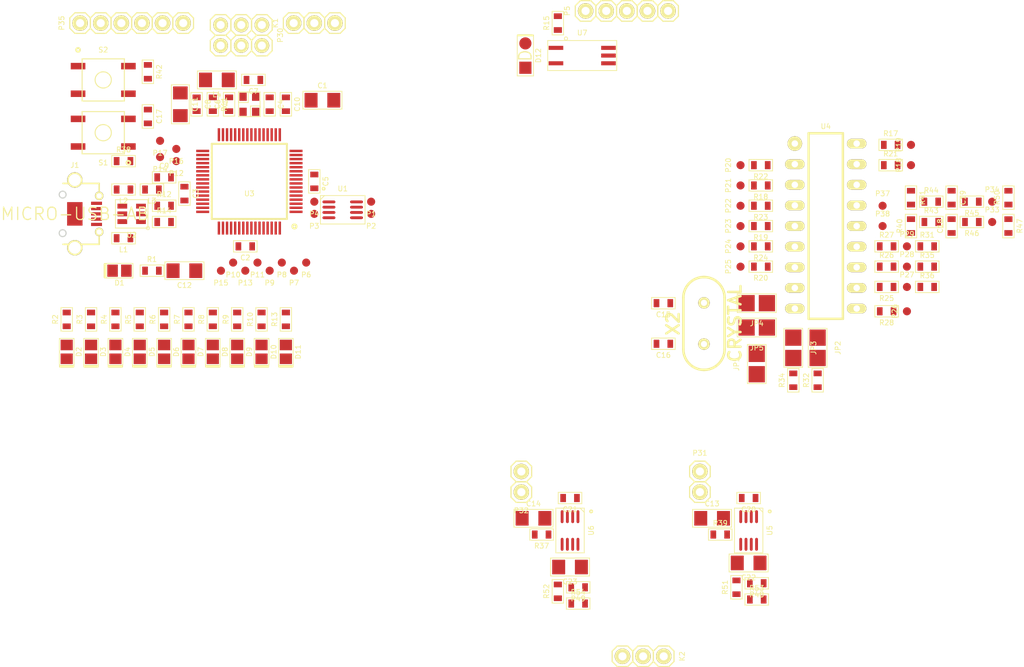
<source format=kicad_pcb>
(kicad_pcb (version 3) (host pcbnew "(2013-08-03 BZR 4267)-stable")
  (layers (15 F.Cu signal) (0 B.Cu signal) (18 B.Paste user) (19 F.Paste user) (20 B.SilkS user) (21 F.SilkS user) (22 B.Mask user) (23 F.Mask user) (28 Edge.Cuts user))
  (net 0 "")
  (net 1 +3.3V)
  (net 2 +3.3VADC)
  (net 3 +5V)
  (net 4 /A0)
  (net 5 /A0')
  (net 6 /D+)
  (net 7 /D+B)
  (net 8 /D+_IN)
  (net 9 /D-)
  (net 10 /D-B)
  (net 11 /D-_IN)
  (net 12 /D0)
  (net 13 /D0')
  (net 14 /D1)
  (net 15 /D1')
  (net 16 /D2)
  (net 17 /D2')
  (net 18 /D3)
  (net 19 /D3')
  (net 20 /D4)
  (net 21 /D4')
  (net 22 /D5)
  (net 23 /D5')
  (net 24 /D6)
  (net 25 /D6')
  (net 26 /D7)
  (net 27 /D7')
  (net 28 /DEBUG_RX)
  (net 29 /DEBUG_TX)
  (net 30 /GI_2)
  (net 31 /G_I1)
  (net 32 /LED0)
  (net 33 /LED1)
  (net 34 /LED2)
  (net 35 /LED3)
  (net 36 /LED4)
  (net 37 /LED5)
  (net 38 /LED6)
  (net 39 /LED7)
  (net 40 /LED8)
  (net 41 /LED9)
  (net 42 /MIDI_IN)
  (net 43 /MO)
  (net 44 /MO/2)
  (net 45 /MOA)
  (net 46 /MOA2)
  (net 47 /MOA3)
  (net 48 /MOI)
  (net 49 /MOI2)
  (net 50 /RO)
  (net 51 /RO/2)
  (net 52 /ROA)
  (net 53 /ROA2)
  (net 54 /ROA3)
  (net 55 /ROI)
  (net 56 /ROI2)
  (net 57 /SWC)
  (net 58 /SWD)
  (net 59 /SWO)
  (net 60 /USB_DMPU)
  (net 61 /VBUS_IN)
  (net 62 /XIN)
  (net 63 /XIN')
  (net 64 /XIN3V3)
  (net 65 /XOUT)
  (net 66 /XOUT')
  (net 67 /XOUT3V3)
  (net 68 /~CS)
  (net 69 /~CS')
  (net 70 /~IC)
  (net 71 /~IC')
  (net 72 /~RESET)
  (net 73 /~WE)
  (net 74 /~WE')
  (net 75 GND)
  (net 76 N-0000010)
  (net 77 N-00000100)
  (net 78 N-00000101)
  (net 79 N-00000102)
  (net 80 N-00000107)
  (net 81 N-0000012)
  (net 82 N-00000124)
  (net 83 N-00000125)
  (net 84 N-00000126)
  (net 85 N-0000014)
  (net 86 N-000003)
  (net 87 N-0000036)
  (net 88 N-0000037)
  (net 89 N-0000039)
  (net 90 N-0000042)
  (net 91 N-0000043)
  (net 92 N-0000044)
  (net 93 N-0000046)
  (net 94 N-0000052)
  (net 95 N-0000053)
  (net 96 N-0000054)
  (net 97 N-0000055)
  (net 98 N-0000056)
  (net 99 N-0000057)
  (net 100 N-0000058)
  (net 101 N-0000059)
  (net 102 N-0000060)
  (net 103 N-0000061)
  (net 104 N-0000062)
  (net 105 N-0000063)
  (net 106 N-0000064)
  (net 107 N-0000065)
  (net 108 N-000007)
  (net 109 N-0000075)
  (net 110 N-0000076)
  (net 111 N-0000077)
  (net 112 N-000008)
  (net 113 N-0000083)
  (net 114 N-0000084)
  (net 115 N-0000085)
  (net 116 N-0000086)
  (net 117 N-0000087)
  (net 118 N-0000088)
  (net 119 N-0000089)
  (net 120 N-0000090)
  (net 121 N-0000091)
  (net 122 N-0000092)
  (net 123 N-0000093)
  (net 124 N-0000094)
  (net 125 N-0000095)
  (net 126 N-0000098)
  (module 1206 (layer F.Cu) (at 75 71.5)
    (fp_text reference C1 (at 0 -1.8) (layer F.SilkS) (effects (font (size 0.625 0.625) (thickness 0.1))))
    (fp_text value 10uF hide)
    (pad 1 smd rect (at -1.4 0) (size 1.6 1.8) (layers F.Cu F.Paste F.Mask) (net 75 GND))
    (pad 2 smd rect (at 1.4 0) (size 1.6 1.8) (layers F.Cu F.Paste F.Mask) (net 1 +3.3V))
  )
  (module 0603_S (layer F.Cu) (at 65.5 89.5 180)
    (fp_text reference C2 (at 0 -1.4 180) (layer F.SilkS) (effects (font (size 0.625 0.625) (thickness 0.1))))
    (fp_text value 100nF hide)
    (pad 1 smd rect (at -0.85 0 180) (size 0.7 1) (layers F.Cu F.Paste F.Mask) (net 75 GND))
    (pad 2 smd rect (at 0.85 0 180) (size 0.7 1) (layers F.Cu F.Paste F.Mask) (net 1 +3.3V))
  )
  (module 0603_S (layer F.Cu) (at 58 83 270)
    (fp_text reference C3 (at 0 -1.4 270) (layer F.SilkS) (effects (font (size 0.625 0.625) (thickness 0.1))))
    (fp_text value 100nF hide)
    (pad 1 smd rect (at -0.85 0 270) (size 0.7 1) (layers F.Cu F.Paste F.Mask) (net 75 GND))
    (pad 2 smd rect (at 0.85 0 270) (size 0.7 1) (layers F.Cu F.Paste F.Mask) (net 1 +3.3V))
  )
  (module 0603_S (layer F.Cu) (at 68.5 72 270)
    (fp_text reference C4 (at 0 -1.4 270) (layer F.SilkS) (effects (font (size 0.625 0.625) (thickness 0.1))))
    (fp_text value 18pF hide)
    (pad 1 smd rect (at -0.85 0 270) (size 0.7 1) (layers F.Cu F.Paste F.Mask) (net 75 GND))
    (pad 2 smd rect (at 0.85 0 270) (size 0.7 1) (layers F.Cu F.Paste F.Mask) (net 88 N-0000037))
  )
  (module 0603_S (layer F.Cu) (at 74 81.5 270)
    (fp_text reference C5 (at 0 -1.4 270) (layer F.SilkS) (effects (font (size 0.625 0.625) (thickness 0.1))))
    (fp_text value 100nF hide)
    (pad 1 smd rect (at -0.85 0 270) (size 0.7 1) (layers F.Cu F.Paste F.Mask) (net 75 GND))
    (pad 2 smd rect (at 0.85 0 270) (size 0.7 1) (layers F.Cu F.Paste F.Mask) (net 1 +3.3V))
  )
  (module 0603_S (layer F.Cu) (at 63.5 72 90)
    (fp_text reference C6 (at 0 -1.4 90) (layer F.SilkS) (effects (font (size 0.625 0.625) (thickness 0.1))))
    (fp_text value 18pF hide)
    (pad 1 smd rect (at -0.85 0 90) (size 0.7 1) (layers F.Cu F.Paste F.Mask) (net 75 GND))
    (pad 2 smd rect (at 0.85 0 90) (size 0.7 1) (layers F.Cu F.Paste F.Mask) (net 87 N-0000036))
  )
  (module 0603_S (layer F.Cu) (at 66.5 69 180)
    (fp_text reference C7 (at 0 -1.4 180) (layer F.SilkS) (effects (font (size 0.625 0.625) (thickness 0.1))))
    (fp_text value 1uF hide)
    (pad 1 smd rect (at -0.85 0 180) (size 0.7 1) (layers F.Cu F.Paste F.Mask) (net 75 GND))
    (pad 2 smd rect (at 0.85 0 180) (size 0.7 1) (layers F.Cu F.Paste F.Mask) (net 1 +3.3V))
  )
  (module 0603_S (layer F.Cu) (at 59.5 72 270)
    (fp_text reference C8 (at 0 -1.4 270) (layer F.SilkS) (effects (font (size 0.625 0.625) (thickness 0.1))))
    (fp_text value 10nF hide)
    (pad 1 smd rect (at -0.85 0 270) (size 0.7 1) (layers F.Cu F.Paste F.Mask) (net 75 GND))
    (pad 2 smd rect (at 0.85 0 270) (size 0.7 1) (layers F.Cu F.Paste F.Mask) (net 2 +3.3VADC))
  )
  (module 0603_S (layer F.Cu) (at 55.5 81)
    (fp_text reference C9 (at 0 -1.4) (layer F.SilkS) (effects (font (size 0.625 0.625) (thickness 0.1))))
    (fp_text value 1uF hide)
    (pad 1 smd rect (at -0.85 0) (size 0.7 1) (layers F.Cu F.Paste F.Mask) (net 75 GND))
    (pad 2 smd rect (at 0.85 0) (size 0.7 1) (layers F.Cu F.Paste F.Mask) (net 77 N-00000100))
  )
  (module 0603_S (layer F.Cu) (at 70.5 72 270)
    (fp_text reference C10 (at 0 -1.4 270) (layer F.SilkS) (effects (font (size 0.625 0.625) (thickness 0.1))))
    (fp_text value 10nF hide)
    (pad 1 smd rect (at -0.85 0 270) (size 0.7 1) (layers F.Cu F.Paste F.Mask) (net 75 GND))
    (pad 2 smd rect (at 0.85 0 270) (size 0.7 1) (layers F.Cu F.Paste F.Mask) (net 2 +3.3VADC))
  )
  (module 1206 (layer F.Cu) (at 57.5 72 270)
    (fp_text reference C11 (at 0 -1.8 270) (layer F.SilkS) (effects (font (size 0.625 0.625) (thickness 0.1))))
    (fp_text value 10uF hide)
    (pad 1 smd rect (at -1.4 0 270) (size 1.6 1.8) (layers F.Cu F.Paste F.Mask) (net 75 GND))
    (pad 2 smd rect (at 1.4 0 270) (size 1.6 1.8) (layers F.Cu F.Paste F.Mask) (net 2 +3.3VADC))
  )
  (module 1206 (layer F.Cu) (at 58 92.5 180)
    (fp_text reference C12 (at 0 -1.8 180) (layer F.SilkS) (effects (font (size 0.625 0.625) (thickness 0.1))))
    (fp_text value 4.7uF hide)
    (pad 1 smd rect (at -1.4 0 180) (size 1.6 1.8) (layers F.Cu F.Paste F.Mask) (net 75 GND))
    (pad 2 smd rect (at 1.4 0 180) (size 1.6 1.8) (layers F.Cu F.Paste F.Mask) (net 3 +5V))
  )
  (module 1206 (layer F.Cu) (at 123 123)
    (fp_text reference C13 (at 0 -1.8) (layer F.SilkS) (effects (font (size 0.625 0.625) (thickness 0.1))))
    (fp_text value 10uF hide)
    (pad 1 smd rect (at -1.4 0) (size 1.6 1.8) (layers F.Cu F.Paste F.Mask) (net 91 N-0000043))
    (pad 2 smd rect (at 1.4 0) (size 1.6 1.8) (layers F.Cu F.Paste F.Mask) (net 56 /ROI2))
  )
  (module 1206 (layer F.Cu) (at 101 123)
    (fp_text reference C14 (at 0 -1.8) (layer F.SilkS) (effects (font (size 0.625 0.625) (thickness 0.1))))
    (fp_text value 10uF hide)
    (pad 1 smd rect (at -1.4 0) (size 1.6 1.8) (layers F.Cu F.Paste F.Mask) (net 92 N-0000044))
    (pad 2 smd rect (at 1.4 0) (size 1.6 1.8) (layers F.Cu F.Paste F.Mask) (net 49 /MOI2))
  )
  (module 0603_S (layer F.Cu) (at 117 96.5 180)
    (fp_text reference C15 (at 0 -1.4 180) (layer F.SilkS) (effects (font (size 0.625 0.625) (thickness 0.1))))
    (fp_text value 20pF/NC hide)
    (pad 1 smd rect (at -0.85 0 180) (size 0.7 1) (layers F.Cu F.Paste F.Mask) (net 78 N-00000101))
    (pad 2 smd rect (at 0.85 0 180) (size 0.7 1) (layers F.Cu F.Paste F.Mask) (net 75 GND))
  )
  (module 0603_S (layer F.Cu) (at 117 101.5 180)
    (fp_text reference C16 (at 0 -1.4 180) (layer F.SilkS) (effects (font (size 0.625 0.625) (thickness 0.1))))
    (fp_text value 20pF/NC hide)
    (pad 1 smd rect (at -0.85 0 180) (size 0.7 1) (layers F.Cu F.Paste F.Mask) (net 79 N-00000102))
    (pad 2 smd rect (at 0.85 0 180) (size 0.7 1) (layers F.Cu F.Paste F.Mask) (net 75 GND))
  )
  (module 0603_S (layer F.Cu) (at 53.5 73.5 270)
    (fp_text reference C17 (at 0 -1.4 270) (layer F.SilkS) (effects (font (size 0.625 0.625) (thickness 0.1))))
    (fp_text value 100nF hide)
    (pad 1 smd rect (at -0.85 0 270) (size 0.7 1) (layers F.Cu F.Paste F.Mask) (net 75 GND))
    (pad 2 smd rect (at 0.85 0 270) (size 0.7 1) (layers F.Cu F.Paste F.Mask) (net 72 /~RESET))
  )
  (module 0603_S (layer F.Cu) (at 152.5 87 90)
    (fp_text reference C18 (at 0 -1.4 90) (layer F.SilkS) (effects (font (size 0.625 0.625) (thickness 0.1))))
    (fp_text value 2.2nF hide)
    (pad 1 smd rect (at -0.85 0 90) (size 0.7 1) (layers F.Cu F.Paste F.Mask) (net 75 GND))
    (pad 2 smd rect (at 0.85 0 90) (size 0.7 1) (layers F.Cu F.Paste F.Mask) (net 48 /MOI))
  )
  (module 0603_S (layer F.Cu) (at 152.5 83.5 270)
    (fp_text reference C19 (at 0 -1.4 270) (layer F.SilkS) (effects (font (size 0.625 0.625) (thickness 0.1))))
    (fp_text value 2.2nF hide)
    (pad 1 smd rect (at -0.85 0 270) (size 0.7 1) (layers F.Cu F.Paste F.Mask) (net 75 GND))
    (pad 2 smd rect (at 0.85 0 270) (size 0.7 1) (layers F.Cu F.Paste F.Mask) (net 55 /ROI))
  )
  (module 0603_S (layer F.Cu) (at 127.5 120.5 180)
    (fp_text reference C20 (at 0 -1.4 180) (layer F.SilkS) (effects (font (size 0.625 0.625) (thickness 0.1))))
    (fp_text value 1uF hide)
    (pad 1 smd rect (at -0.85 0 180) (size 0.7 1) (layers F.Cu F.Paste F.Mask) (net 93 N-0000046))
    (pad 2 smd rect (at 0.85 0 180) (size 0.7 1) (layers F.Cu F.Paste F.Mask) (net 52 /ROA))
  )
  (module 0603_S (layer F.Cu) (at 105.5 120.5 180)
    (fp_text reference C21 (at 0 -1.4 180) (layer F.SilkS) (effects (font (size 0.625 0.625) (thickness 0.1))))
    (fp_text value 1uF hide)
    (pad 1 smd rect (at -0.85 0 180) (size 0.7 1) (layers F.Cu F.Paste F.Mask) (net 89 N-0000039))
    (pad 2 smd rect (at 0.85 0 180) (size 0.7 1) (layers F.Cu F.Paste F.Mask) (net 45 /MOA))
  )
  (module 1206 (layer F.Cu) (at 127.5 128.5 180)
    (fp_text reference C22 (at 0 -1.8 180) (layer F.SilkS) (effects (font (size 0.625 0.625) (thickness 0.1))))
    (fp_text value 10uF hide)
    (pad 1 smd rect (at -1.4 0 180) (size 1.6 1.8) (layers F.Cu F.Paste F.Mask) (net 52 /ROA))
    (pad 2 smd rect (at 1.4 0 180) (size 1.6 1.8) (layers F.Cu F.Paste F.Mask) (net 53 /ROA2))
  )
  (module 1206 (layer F.Cu) (at 105.5 129 180)
    (fp_text reference C23 (at 0 -1.8 180) (layer F.SilkS) (effects (font (size 0.625 0.625) (thickness 0.1))))
    (fp_text value 10uF hide)
    (pad 1 smd rect (at -1.4 0 180) (size 1.6 1.8) (layers F.Cu F.Paste F.Mask) (net 45 /MOA))
    (pad 2 smd rect (at 1.4 0 180) (size 1.6 1.8) (layers F.Cu F.Paste F.Mask) (net 46 /MOA2))
  )
  (module 0805_LED (layer F.Cu) (at 50 92.5 180)
    (fp_text reference D1 (at 0 -1.5 180) (layer F.SilkS) (effects (font (size 0.625 0.625) (thickness 0.1))))
    (fp_text value LED hide)
    (pad 1 smd rect (at -0.85 0 180) (size 1.3 1.5) (layers F.Cu F.Paste F.Mask) (net 113 N-0000083))
    (pad 2 smd rect (at 0.85 0 180) (size 1.3 1.5) (layers F.Cu F.Paste F.Mask) (net 75 GND))
  )
  (module 0805_LED (layer F.Cu) (at 43.5 102.5 270)
    (fp_text reference D2 (at 0 -1.5 270) (layer F.SilkS) (effects (font (size 0.625 0.625) (thickness 0.1))))
    (fp_text value LED hide)
    (pad 1 smd rect (at -0.85 0 270) (size 1.3 1.5) (layers F.Cu F.Paste F.Mask) (net 115 N-0000085))
    (pad 2 smd rect (at 0.85 0 270) (size 1.3 1.5) (layers F.Cu F.Paste F.Mask) (net 75 GND))
  )
  (module 0805_LED (layer F.Cu) (at 46.5 102.5 270)
    (fp_text reference D3 (at 0 -1.5 270) (layer F.SilkS) (effects (font (size 0.625 0.625) (thickness 0.1))))
    (fp_text value LED hide)
    (pad 1 smd rect (at -0.85 0 270) (size 1.3 1.5) (layers F.Cu F.Paste F.Mask) (net 116 N-0000086))
    (pad 2 smd rect (at 0.85 0 270) (size 1.3 1.5) (layers F.Cu F.Paste F.Mask) (net 75 GND))
  )
  (module 0805_LED (layer F.Cu) (at 49.5 102.5 270)
    (fp_text reference D4 (at 0 -1.5 270) (layer F.SilkS) (effects (font (size 0.625 0.625) (thickness 0.1))))
    (fp_text value LED hide)
    (pad 1 smd rect (at -0.85 0 270) (size 1.3 1.5) (layers F.Cu F.Paste F.Mask) (net 109 N-0000075))
    (pad 2 smd rect (at 0.85 0 270) (size 1.3 1.5) (layers F.Cu F.Paste F.Mask) (net 75 GND))
  )
  (module 0805_LED (layer F.Cu) (at 52.5 102.5 270)
    (fp_text reference D5 (at 0 -1.5 270) (layer F.SilkS) (effects (font (size 0.625 0.625) (thickness 0.1))))
    (fp_text value LED hide)
    (pad 1 smd rect (at -0.85 0 270) (size 1.3 1.5) (layers F.Cu F.Paste F.Mask) (net 110 N-0000076))
    (pad 2 smd rect (at 0.85 0 270) (size 1.3 1.5) (layers F.Cu F.Paste F.Mask) (net 75 GND))
  )
  (module 0805_LED (layer F.Cu) (at 55.5 102.5 270)
    (fp_text reference D6 (at 0 -1.5 270) (layer F.SilkS) (effects (font (size 0.625 0.625) (thickness 0.1))))
    (fp_text value LED hide)
    (pad 1 smd rect (at -0.85 0 270) (size 1.3 1.5) (layers F.Cu F.Paste F.Mask) (net 111 N-0000077))
    (pad 2 smd rect (at 0.85 0 270) (size 1.3 1.5) (layers F.Cu F.Paste F.Mask) (net 75 GND))
  )
  (module 0805_LED (layer F.Cu) (at 58.5 102.5 270)
    (fp_text reference D7 (at 0 -1.5 270) (layer F.SilkS) (effects (font (size 0.625 0.625) (thickness 0.1))))
    (fp_text value LED hide)
    (pad 1 smd rect (at -0.85 0 270) (size 1.3 1.5) (layers F.Cu F.Paste F.Mask) (net 114 N-0000084))
    (pad 2 smd rect (at 0.85 0 270) (size 1.3 1.5) (layers F.Cu F.Paste F.Mask) (net 75 GND))
  )
  (module 0805_LED (layer F.Cu) (at 61.5 102.5 270)
    (fp_text reference D8 (at 0 -1.5 270) (layer F.SilkS) (effects (font (size 0.625 0.625) (thickness 0.1))))
    (fp_text value LED hide)
    (pad 1 smd rect (at -0.85 0 270) (size 1.3 1.5) (layers F.Cu F.Paste F.Mask) (net 118 N-0000088))
    (pad 2 smd rect (at 0.85 0 270) (size 1.3 1.5) (layers F.Cu F.Paste F.Mask) (net 75 GND))
  )
  (module 0805_LED (layer F.Cu) (at 64.5 102.5 270)
    (fp_text reference D9 (at 0 -1.5 270) (layer F.SilkS) (effects (font (size 0.625 0.625) (thickness 0.1))))
    (fp_text value LED hide)
    (pad 1 smd rect (at -0.85 0 270) (size 1.3 1.5) (layers F.Cu F.Paste F.Mask) (net 119 N-0000089))
    (pad 2 smd rect (at 0.85 0 270) (size 1.3 1.5) (layers F.Cu F.Paste F.Mask) (net 75 GND))
  )
  (module 0805_LED (layer F.Cu) (at 67.5 102.5 270)
    (fp_text reference D10 (at 0 -1.5 270) (layer F.SilkS) (effects (font (size 0.625 0.625) (thickness 0.1))))
    (fp_text value LED hide)
    (pad 1 smd rect (at -0.85 0 270) (size 1.3 1.5) (layers F.Cu F.Paste F.Mask) (net 120 N-0000090))
    (pad 2 smd rect (at 0.85 0 270) (size 1.3 1.5) (layers F.Cu F.Paste F.Mask) (net 75 GND))
  )
  (module 0805_LED (layer F.Cu) (at 70.5 102.5 270)
    (fp_text reference D11 (at 0 -1.5 270) (layer F.SilkS) (effects (font (size 0.625 0.625) (thickness 0.1))))
    (fp_text value LED hide)
    (pad 1 smd rect (at -0.85 0 270) (size 1.3 1.5) (layers F.Cu F.Paste F.Mask) (net 117 N-0000087))
    (pad 2 smd rect (at 0.85 0 270) (size 1.3 1.5) (layers F.Cu F.Paste F.Mask) (net 75 GND))
  )
  (module TAIW_SEM_DIODE (layer F.Cu) (at 100 66 270)
    (fp_text reference D12 (at 0 -1.6 270) (layer F.SilkS) (effects (font (size 0.625 0.625) (thickness 0.1))))
    (fp_text value D (at 0 0 270) (layer F.SilkS))
    (pad 2 smd oval (at -1.5 0 270) (size 1.5 1.5) (layers F.Cu F.Paste F.Mask) (net 107 N-0000065))
    (pad 1 smd rect (at 1.5 0 270) (size 1.5 1.5) (layers F.Cu F.Paste F.Mask) (net 76 N-0000010))
  )
  (module USB-MICRO-AB-Molex-47590-0001 (layer F.Cu) (at 44.5 85.5)
    (fp_text reference J1 (at 0 -6) (layer F.SilkS) (effects (font (size 0.625 0.625) (thickness 0.1))))
    (fp_text value MICRO-USB-AB (at 0 0) (layer F.SilkS))
    (fp_circle (center -1.5 -2.375) (end -1.19948 -2.07448) (layer Edge.Cuts) (width 0.15))
    (fp_circle (center -1.5 2.375) (end -1.19948 2.67552) (layer Edge.Cuts) (width 0.15))
    (pad 6 thru_hole circle (at 3 -2.225) (size 1.05 1.05) (drill 0.65) (layers *.Cu *.Mask F.SilkS) (net 30 /GI_2))
    (pad 7 thru_hole circle (at 3 2.225 180) (size 1.05 1.05) (drill 0.65) (layers *.Cu *.Mask F.SilkS) (net 30 /GI_2))
    (pad 8 thru_hole circle (at 0 4.175) (size 1.9 1.9) (drill 1.5) (layers *.Cu *.Mask F.SilkS) (net 30 /GI_2))
    (pad 9 thru_hole circle (at 0 -4.175 180) (size 1.9 1.9) (drill 1.5) (layers *.Cu *.Mask F.SilkS) (net 30 /GI_2))
    (pad 10 smd rect (at 0 0) (size 1.9 2.9) (layers F.Cu F.Paste F.Mask) (net 30 /GI_2))
    (pad 1 smd rect (at 2.675 1.3 180) (size 1.35 0.4) (layers F.Cu F.Paste F.Mask) (net 61 /VBUS_IN))
    (pad 2 smd rect (at 2.675 0.65 180) (size 1.35 0.4) (layers F.Cu F.Paste F.Mask) (net 11 /D-_IN))
    (pad 3 smd rect (at 2.675 0 180) (size 1.35 0.4) (layers F.Cu F.Paste F.Mask) (net 8 /D+_IN))
    (pad 4 smd rect (at 2.675 -0.65 180) (size 1.35 0.4) (layers F.Cu F.Paste F.Mask) (net 80 N-00000107))
    (pad 5 smd rect (at 2.675 -1.3 180) (size 1.35 0.4) (layers F.Cu F.Paste F.Mask) (net 31 /G_I1))
  )
  (module Solder_Jumper_2mm (layer F.Cu) (at 128.5 104 90)
    (fp_text reference JP1 (at 0 -2.5 90) (layer F.SilkS) (effects (font (size 0.625 0.625) (thickness 0.1))))
    (fp_text value SJ hide)
    (pad 1 smd rect (at -1.25 0 90) (size 2 2) (layers F.Cu F.Paste F.Mask) (net 75 GND))
    (pad 2 smd rect (at 1.25 0 270) (size 2 2) (layers F.Cu F.Paste F.Mask) (net 66 /XOUT'))
  )
  (module Solder_Jumper_2mm (layer F.Cu) (at 136 102 270)
    (fp_text reference JP2 (at 0 -2.5 270) (layer F.SilkS) (effects (font (size 0.625 0.625) (thickness 0.1))))
    (fp_text value SJ hide)
    (pad 1 smd rect (at -1.25 0 270) (size 2 2) (layers F.Cu F.Paste F.Mask) (net 63 /XIN'))
    (pad 2 smd rect (at 1.25 0 90) (size 2 2) (layers F.Cu F.Paste F.Mask) (net 112 N-000008))
  )
  (module Solder_Jumper_2mm (layer F.Cu) (at 133 102 270)
    (fp_text reference JP3 (at 0 -2.5 270) (layer F.SilkS) (effects (font (size 0.625 0.625) (thickness 0.1))))
    (fp_text value SJ hide)
    (pad 1 smd rect (at -1.25 0 270) (size 2 2) (layers F.Cu F.Paste F.Mask) (net 66 /XOUT'))
    (pad 2 smd rect (at 1.25 0 90) (size 2 2) (layers F.Cu F.Paste F.Mask) (net 108 N-000007))
  )
  (module Solder_Jumper_2mm (layer F.Cu) (at 128.5 96.5 180)
    (fp_text reference JP4 (at 0 -2.5 180) (layer F.SilkS) (effects (font (size 0.625 0.625) (thickness 0.1))))
    (fp_text value SJ hide)
    (pad 1 smd rect (at -1.25 0 180) (size 2 2) (layers F.Cu F.Paste F.Mask) (net 63 /XIN'))
    (pad 2 smd rect (at 1.25 0) (size 2 2) (layers F.Cu F.Paste F.Mask) (net 78 N-00000101))
  )
  (module Solder_Jumper_2mm (layer F.Cu) (at 128.5 99.5 180)
    (fp_text reference JP5 (at 0 -2.5 180) (layer F.SilkS) (effects (font (size 0.625 0.625) (thickness 0.1))))
    (fp_text value SJ hide)
    (pad 1 smd rect (at -1.25 0 180) (size 2 2) (layers F.Cu F.Paste F.Mask) (net 66 /XOUT'))
    (pad 2 smd rect (at 1.25 0) (size 2 2) (layers F.Cu F.Paste F.Mask) (net 79 N-00000102))
  )
  (module 0603_S (layer F.Cu) (at 50.5 88.5 180)
    (fp_text reference L1 (at 0 -1.4 180) (layer F.SilkS) (effects (font (size 0.625 0.625) (thickness 0.1))))
    (fp_text value FB hide)
    (pad 1 smd rect (at -0.85 0 180) (size 0.7 1) (layers F.Cu F.Paste F.Mask) (net 75 GND))
    (pad 2 smd rect (at 0.85 0 180) (size 0.7 1) (layers F.Cu F.Paste F.Mask) (net 30 /GI_2))
  )
  (module 0603_S (layer F.Cu) (at 50.5 82.5 180)
    (fp_text reference L2 (at 0 -1.4 180) (layer F.SilkS) (effects (font (size 0.625 0.625) (thickness 0.1))))
    (fp_text value FB hide)
    (pad 1 smd rect (at -0.85 0 180) (size 0.7 1) (layers F.Cu F.Paste F.Mask) (net 75 GND))
    (pad 2 smd rect (at 0.85 0 180) (size 0.7 1) (layers F.Cu F.Paste F.Mask) (net 31 /G_I1))
  )
  (module 0603_S (layer F.Cu) (at 54 82.5 180)
    (fp_text reference L3 (at 0 -1.4 180) (layer F.SilkS) (effects (font (size 0.625 0.625) (thickness 0.1))))
    (fp_text value FB hide)
    (pad 1 smd rect (at -0.85 0 180) (size 0.7 1) (layers F.Cu F.Paste F.Mask) (net 3 +5V))
    (pad 2 smd rect (at 0.85 0 180) (size 0.7 1) (layers F.Cu F.Paste F.Mask) (net 61 /VBUS_IN))
  )
  (module 1206 (layer F.Cu) (at 62 69 180)
    (fp_text reference L4 (at 0 -1.8 180) (layer F.SilkS) (effects (font (size 0.625 0.625) (thickness 0.1))))
    (fp_text value L hide)
    (pad 1 smd rect (at -1.4 0 180) (size 1.6 1.8) (layers F.Cu F.Paste F.Mask) (net 1 +3.3V))
    (pad 2 smd rect (at 1.4 0 180) (size 1.6 1.8) (layers F.Cu F.Paste F.Mask) (net 126 N-0000098))
  )
  (module Test_Pad_1mm (layer F.Cu) (at 81 84 180)
    (fp_text reference P1 (at 0 -1.5 180) (layer F.SilkS) (effects (font (size 0.625 0.625) (thickness 0.1))))
    (fp_text value TEST_POINT hide)
    (pad 1 smd oval (at 0 0 180) (size 1 1) (layers F.Cu F.Paste F.Mask) (net 65 /XOUT))
  )
  (module Test_Pad_1mm (layer F.Cu) (at 81 85.5 180)
    (fp_text reference P2 (at 0 -1.5 180) (layer F.SilkS) (effects (font (size 0.625 0.625) (thickness 0.1))))
    (fp_text value TEST_POINT hide)
    (pad 1 smd oval (at 0 0 180) (size 1 1) (layers F.Cu F.Paste F.Mask) (net 62 /XIN))
  )
  (module Test_Pad_1mm (layer F.Cu) (at 74 85.5 180)
    (fp_text reference P3 (at 0 -1.5 180) (layer F.SilkS) (effects (font (size 0.625 0.625) (thickness 0.1))))
    (fp_text value TEST_POINT hide)
    (pad 1 smd oval (at 0 0 180) (size 1 1) (layers F.Cu F.Paste F.Mask) (net 64 /XIN3V3))
  )
  (module Test_Pad_1mm (layer F.Cu) (at 74 84 180)
    (fp_text reference P4 (at 0 -1.5 180) (layer F.SilkS) (effects (font (size 0.625 0.625) (thickness 0.1))))
    (fp_text value TEST_POINT hide)
    (pad 1 smd oval (at 0 0 180) (size 1 1) (layers F.Cu F.Paste F.Mask) (net 67 /XOUT3V3))
  )
  (module Test_Pad_1mm (layer F.Cu) (at 73 91.5 180)
    (fp_text reference P6 (at 0 -1.5 180) (layer F.SilkS) (effects (font (size 0.625 0.625) (thickness 0.1))))
    (fp_text value TEST_POINT hide)
    (pad 1 smd oval (at 0 0 180) (size 1 1) (layers F.Cu F.Paste F.Mask) (net 101 N-0000059))
  )
  (module Test_Pad_1mm (layer F.Cu) (at 71.5 92.5 180)
    (fp_text reference P7 (at 0 -1.5 180) (layer F.SilkS) (effects (font (size 0.625 0.625) (thickness 0.1))))
    (fp_text value TEST_POINT hide)
    (pad 1 smd oval (at 0 0 180) (size 1 1) (layers F.Cu F.Paste F.Mask) (net 96 N-0000054))
  )
  (module Test_Pad_1mm (layer F.Cu) (at 70 91.5 180)
    (fp_text reference P8 (at 0 -1.5 180) (layer F.SilkS) (effects (font (size 0.625 0.625) (thickness 0.1))))
    (fp_text value TEST_POINT hide)
    (pad 1 smd oval (at 0 0 180) (size 1 1) (layers F.Cu F.Paste F.Mask) (net 102 N-0000060))
  )
  (module Test_Pad_1mm (layer F.Cu) (at 68.5 92.5 180)
    (fp_text reference P9 (at 0 -1.5 180) (layer F.SilkS) (effects (font (size 0.625 0.625) (thickness 0.1))))
    (fp_text value TEST_POINT hide)
    (pad 1 smd oval (at 0 0 180) (size 1 1) (layers F.Cu F.Paste F.Mask) (net 103 N-0000061))
  )
  (module Test_Pad_1mm (layer F.Cu) (at 64 91.5 180)
    (fp_text reference P10 (at 0 -1.5 180) (layer F.SilkS) (effects (font (size 0.625 0.625) (thickness 0.1))))
    (fp_text value TEST_POINT hide)
    (pad 1 smd oval (at 0 0 180) (size 1 1) (layers F.Cu F.Paste F.Mask) (net 42 /MIDI_IN))
  )
  (module Test_Pad_1mm (layer F.Cu) (at 67 91.5 180)
    (fp_text reference P11 (at 0 -1.5 180) (layer F.SilkS) (effects (font (size 0.625 0.625) (thickness 0.1))))
    (fp_text value TEST_POINT hide)
    (pad 1 smd oval (at 0 0 180) (size 1 1) (layers F.Cu F.Paste F.Mask) (net 104 N-0000062))
  )
  (module Test_Pad_1mm (layer F.Cu) (at 57 79 180)
    (fp_text reference P12 (at 0 -1.5 180) (layer F.SilkS) (effects (font (size 0.625 0.625) (thickness 0.1))))
    (fp_text value TEST_POINT hide)
    (pad 1 smd oval (at 0 0 180) (size 1 1) (layers F.Cu F.Paste F.Mask) (net 99 N-0000057))
  )
  (module Test_Pad_1mm (layer F.Cu) (at 65.5 92.5 180)
    (fp_text reference P13 (at 0 -1.5 180) (layer F.SilkS) (effects (font (size 0.625 0.625) (thickness 0.1))))
    (fp_text value TEST_POINT hide)
    (pad 1 smd oval (at 0 0 180) (size 1 1) (layers F.Cu F.Paste F.Mask) (net 105 N-0000063))
  )
  (module Test_Pad_1mm (layer F.Cu) (at 55 78.5 180)
    (fp_text reference P14 (at 0 -1.5 180) (layer F.SilkS) (effects (font (size 0.625 0.625) (thickness 0.1))))
    (fp_text value TEST_POINT hide)
    (pad 1 smd oval (at 0 0 180) (size 1 1) (layers F.Cu F.Paste F.Mask) (net 98 N-0000056))
  )
  (module Test_Pad_1mm (layer F.Cu) (at 62.5 92.5 180)
    (fp_text reference P15 (at 0 -1.5 180) (layer F.SilkS) (effects (font (size 0.625 0.625) (thickness 0.1))))
    (fp_text value TEST_POINT hide)
    (pad 1 smd oval (at 0 0 180) (size 1 1) (layers F.Cu F.Paste F.Mask) (net 106 N-0000064))
  )
  (module Test_Pad_1mm (layer F.Cu) (at 57 77.5 180)
    (fp_text reference P16 (at 0 -1.5 180) (layer F.SilkS) (effects (font (size 0.625 0.625) (thickness 0.1))))
    (fp_text value TEST_POINT hide)
    (pad 1 smd oval (at 0 0 180) (size 1 1) (layers F.Cu F.Paste F.Mask) (net 97 N-0000055))
  )
  (module Test_Pad_1mm (layer F.Cu) (at 55 76.5 180)
    (fp_text reference P17 (at 0 -1.5 180) (layer F.SilkS) (effects (font (size 0.625 0.625) (thickness 0.1))))
    (fp_text value TEST_POINT hide)
    (pad 1 smd oval (at 0 0 180) (size 1 1) (layers F.Cu F.Paste F.Mask) (net 100 N-0000058))
  )
  (module Test_Pad_1mm (layer F.Cu) (at 147.5 79.5 90)
    (fp_text reference P18 (at 0 -1.5 90) (layer F.SilkS) (effects (font (size 0.625 0.625) (thickness 0.1))))
    (fp_text value TEST_POINT hide)
    (pad 1 smd oval (at 0 0 90) (size 1 1) (layers F.Cu F.Paste F.Mask) (net 12 /D0))
  )
  (module Test_Pad_1mm (layer F.Cu) (at 147.5 77 90)
    (fp_text reference P19 (at 0 -1.5 90) (layer F.SilkS) (effects (font (size 0.625 0.625) (thickness 0.1))))
    (fp_text value TEST_POINT hide)
    (pad 1 smd oval (at 0 0 90) (size 1 1) (layers F.Cu F.Paste F.Mask) (net 14 /D1))
  )
  (module Test_Pad_1mm (layer F.Cu) (at 126.5 79.5 90)
    (fp_text reference P20 (at 0 -1.5 90) (layer F.SilkS) (effects (font (size 0.625 0.625) (thickness 0.1))))
    (fp_text value TEST_POINT hide)
    (pad 1 smd oval (at 0 0 90) (size 1 1) (layers F.Cu F.Paste F.Mask) (net 16 /D2))
  )
  (module Test_Pad_1mm (layer F.Cu) (at 126.5 82 90)
    (fp_text reference P21 (at 0 -1.5 90) (layer F.SilkS) (effects (font (size 0.625 0.625) (thickness 0.1))))
    (fp_text value TEST_POINT hide)
    (pad 1 smd oval (at 0 0 90) (size 1 1) (layers F.Cu F.Paste F.Mask) (net 18 /D3))
  )
  (module Test_Pad_1mm (layer F.Cu) (at 126.5 84.5 90)
    (fp_text reference P22 (at 0 -1.5 90) (layer F.SilkS) (effects (font (size 0.625 0.625) (thickness 0.1))))
    (fp_text value TEST_POINT hide)
    (pad 1 smd oval (at 0 0 90) (size 1 1) (layers F.Cu F.Paste F.Mask) (net 20 /D4))
  )
  (module Test_Pad_1mm (layer F.Cu) (at 126.5 87 90)
    (fp_text reference P23 (at 0 -1.5 90) (layer F.SilkS) (effects (font (size 0.625 0.625) (thickness 0.1))))
    (fp_text value TEST_POINT hide)
    (pad 1 smd oval (at 0 0 90) (size 1 1) (layers F.Cu F.Paste F.Mask) (net 22 /D5))
  )
  (module Test_Pad_1mm (layer F.Cu) (at 126.5 89.5 90)
    (fp_text reference P24 (at 0 -1.5 90) (layer F.SilkS) (effects (font (size 0.625 0.625) (thickness 0.1))))
    (fp_text value TEST_POINT hide)
    (pad 1 smd oval (at 0 0 90) (size 1 1) (layers F.Cu F.Paste F.Mask) (net 24 /D6))
  )
  (module Test_Pad_1mm (layer F.Cu) (at 126.5 92 90)
    (fp_text reference P25 (at 0 -1.5 90) (layer F.SilkS) (effects (font (size 0.625 0.625) (thickness 0.1))))
    (fp_text value TEST_POINT hide)
    (pad 1 smd oval (at 0 0 90) (size 1 1) (layers F.Cu F.Paste F.Mask) (net 26 /D7))
  )
  (module Test_Pad_1mm (layer F.Cu) (at 147 97.5 90)
    (fp_text reference P26 (at 0 -1.5 90) (layer F.SilkS) (effects (font (size 0.625 0.625) (thickness 0.1))))
    (fp_text value TEST_POINT hide)
    (pad 1 smd oval (at 0 0 90) (size 1 1) (layers F.Cu F.Paste F.Mask) (net 4 /A0))
  )
  (module Test_Pad_1mm (layer F.Cu) (at 147 94.5)
    (fp_text reference P27 (at 0 -1.5) (layer F.SilkS) (effects (font (size 0.625 0.625) (thickness 0.1))))
    (fp_text value TEST_POINT hide)
    (pad 1 smd oval (at 0 0) (size 1 1) (layers F.Cu F.Paste F.Mask) (net 73 /~WE))
  )
  (module Test_Pad_1mm (layer F.Cu) (at 147 92)
    (fp_text reference P28 (at 0 -1.5) (layer F.SilkS) (effects (font (size 0.625 0.625) (thickness 0.1))))
    (fp_text value TEST_POINT hide)
    (pad 1 smd oval (at 0 0) (size 1 1) (layers F.Cu F.Paste F.Mask) (net 68 /~CS))
  )
  (module Test_Pad_1mm (layer F.Cu) (at 147 89.5)
    (fp_text reference P29 (at 0 -1.5) (layer F.SilkS) (effects (font (size 0.625 0.625) (thickness 0.1))))
    (fp_text value TEST_POINT hide)
    (pad 1 smd oval (at 0 0) (size 1 1) (layers F.Cu F.Paste F.Mask) (net 70 /~IC))
  )
  (module PIN_2X3_ALT_S (layer F.Cu) (at 65 63.5 270)
    (fp_text reference P30 (at 0 -4.81 270) (layer F.SilkS) (effects (font (size 0.625 0.625) (thickness 0.1))))
    (fp_text value CONN_3X2 hide)
    (pad 1 thru_hole circle (at -1.27 -2.54 90) (size 1.8 1.8) (drill 1) (layers *.Cu *.Mask F.SilkS) (net 75 GND))
    (pad 2 thru_hole circle (at 1.27 -2.54 270) (size 1.8 1.8) (drill 1) (layers *.Cu *.Mask F.SilkS) (net 1 +3.3V))
    (pad 3 thru_hole circle (at -1.27 0 90) (size 1.8 1.8) (drill 1) (layers *.Cu *.Mask F.SilkS) (net 72 /~RESET))
    (pad 4 thru_hole circle (at 1.27 0 270) (size 1.8 1.8) (drill 1) (layers *.Cu *.Mask F.SilkS) (net 59 /SWO))
    (pad 5 thru_hole circle (at -1.27 2.54 90) (size 1.8 1.8) (drill 1) (layers *.Cu *.Mask F.SilkS) (net 58 /SWD))
    (pad 6 thru_hole circle (at 1.27 2.54 270) (size 1.8 1.8) (drill 1) (layers *.Cu *.Mask F.SilkS) (net 57 /SWC))
  )
  (module Test_Pad_1mm (layer F.Cu) (at 157.5 86.5)
    (fp_text reference P33 (at 0 -1.5) (layer F.SilkS) (effects (font (size 0.625 0.625) (thickness 0.1))))
    (fp_text value TEST_POINT hide)
    (pad 1 smd oval (at 0 0) (size 1 1) (layers F.Cu F.Paste F.Mask) (net 44 /MO/2))
  )
  (module Test_Pad_1mm (layer F.Cu) (at 157.5 84)
    (fp_text reference P34 (at 0 -1.5) (layer F.SilkS) (effects (font (size 0.625 0.625) (thickness 0.1))))
    (fp_text value TEST_POINT hide)
    (pad 1 smd oval (at 0 0) (size 1 1) (layers F.Cu F.Paste F.Mask) (net 51 /RO/2))
  )
  (module 0603_S (layer F.Cu) (at 54 92.5)
    (fp_text reference R1 (at 0 -1.4) (layer F.SilkS) (effects (font (size 0.625 0.625) (thickness 0.1))))
    (fp_text value 3k3 hide)
    (pad 1 smd rect (at -0.85 0) (size 0.7 1) (layers F.Cu F.Paste F.Mask) (net 113 N-0000083))
    (pad 2 smd rect (at 0.85 0) (size 0.7 1) (layers F.Cu F.Paste F.Mask) (net 3 +5V))
  )
  (module 0603_S (layer F.Cu) (at 43.5 98.5 90)
    (fp_text reference R2 (at 0 -1.4 90) (layer F.SilkS) (effects (font (size 0.625 0.625) (thickness 0.1))))
    (fp_text value 3k3 hide)
    (pad 1 smd rect (at -0.85 0 90) (size 0.7 1) (layers F.Cu F.Paste F.Mask) (net 115 N-0000085))
    (pad 2 smd rect (at 0.85 0 90) (size 0.7 1) (layers F.Cu F.Paste F.Mask) (net 32 /LED0))
  )
  (module 0603_S (layer F.Cu) (at 46.5 98.5 90)
    (fp_text reference R3 (at 0 -1.4 90) (layer F.SilkS) (effects (font (size 0.625 0.625) (thickness 0.1))))
    (fp_text value 3k3 hide)
    (pad 1 smd rect (at -0.85 0 90) (size 0.7 1) (layers F.Cu F.Paste F.Mask) (net 116 N-0000086))
    (pad 2 smd rect (at 0.85 0 90) (size 0.7 1) (layers F.Cu F.Paste F.Mask) (net 33 /LED1))
  )
  (module 0603_S (layer F.Cu) (at 49.5 98.5 90)
    (fp_text reference R4 (at 0 -1.4 90) (layer F.SilkS) (effects (font (size 0.625 0.625) (thickness 0.1))))
    (fp_text value 3k3 hide)
    (pad 1 smd rect (at -0.85 0 90) (size 0.7 1) (layers F.Cu F.Paste F.Mask) (net 109 N-0000075))
    (pad 2 smd rect (at 0.85 0 90) (size 0.7 1) (layers F.Cu F.Paste F.Mask) (net 34 /LED2))
  )
  (module 0603_S (layer F.Cu) (at 52.5 98.5 90)
    (fp_text reference R5 (at 0 -1.4 90) (layer F.SilkS) (effects (font (size 0.625 0.625) (thickness 0.1))))
    (fp_text value 3k3 hide)
    (pad 1 smd rect (at -0.85 0 90) (size 0.7 1) (layers F.Cu F.Paste F.Mask) (net 110 N-0000076))
    (pad 2 smd rect (at 0.85 0 90) (size 0.7 1) (layers F.Cu F.Paste F.Mask) (net 35 /LED3))
  )
  (module 0603_S (layer F.Cu) (at 55.5 98.5 90)
    (fp_text reference R6 (at 0 -1.4 90) (layer F.SilkS) (effects (font (size 0.625 0.625) (thickness 0.1))))
    (fp_text value 3k3 hide)
    (pad 1 smd rect (at -0.85 0 90) (size 0.7 1) (layers F.Cu F.Paste F.Mask) (net 111 N-0000077))
    (pad 2 smd rect (at 0.85 0 90) (size 0.7 1) (layers F.Cu F.Paste F.Mask) (net 36 /LED4))
  )
  (module 0603_S (layer F.Cu) (at 58.5 98.5 90)
    (fp_text reference R7 (at 0 -1.4 90) (layer F.SilkS) (effects (font (size 0.625 0.625) (thickness 0.1))))
    (fp_text value 3k3 hide)
    (pad 1 smd rect (at -0.85 0 90) (size 0.7 1) (layers F.Cu F.Paste F.Mask) (net 114 N-0000084))
    (pad 2 smd rect (at 0.85 0 90) (size 0.7 1) (layers F.Cu F.Paste F.Mask) (net 37 /LED5))
  )
  (module 0603_S (layer F.Cu) (at 61.5 98.5 90)
    (fp_text reference R8 (at 0 -1.4 90) (layer F.SilkS) (effects (font (size 0.625 0.625) (thickness 0.1))))
    (fp_text value 3k3 hide)
    (pad 1 smd rect (at -0.85 0 90) (size 0.7 1) (layers F.Cu F.Paste F.Mask) (net 118 N-0000088))
    (pad 2 smd rect (at 0.85 0 90) (size 0.7 1) (layers F.Cu F.Paste F.Mask) (net 38 /LED6))
  )
  (module 0603_S (layer F.Cu) (at 64.5 98.5 90)
    (fp_text reference R9 (at 0 -1.4 90) (layer F.SilkS) (effects (font (size 0.625 0.625) (thickness 0.1))))
    (fp_text value 3k3 hide)
    (pad 1 smd rect (at -0.85 0 90) (size 0.7 1) (layers F.Cu F.Paste F.Mask) (net 119 N-0000089))
    (pad 2 smd rect (at 0.85 0 90) (size 0.7 1) (layers F.Cu F.Paste F.Mask) (net 39 /LED7))
  )
  (module 0603_S (layer F.Cu) (at 67.5 98.5 90)
    (fp_text reference R10 (at 0 -1.4 90) (layer F.SilkS) (effects (font (size 0.625 0.625) (thickness 0.1))))
    (fp_text value 3k3 hide)
    (pad 1 smd rect (at -0.85 0 90) (size 0.7 1) (layers F.Cu F.Paste F.Mask) (net 120 N-0000090))
    (pad 2 smd rect (at 0.85 0 90) (size 0.7 1) (layers F.Cu F.Paste F.Mask) (net 40 /LED8))
  )
  (module 0603_S (layer F.Cu) (at 61.5 72 270)
    (fp_text reference R11 (at 0 -1.4 270) (layer F.SilkS) (effects (font (size 0.625 0.625) (thickness 0.1))))
    (fp_text value 1 hide)
    (pad 1 smd rect (at -0.85 0 270) (size 0.7 1) (layers F.Cu F.Paste F.Mask) (net 126 N-0000098))
    (pad 2 smd rect (at 0.85 0 270) (size 0.7 1) (layers F.Cu F.Paste F.Mask) (net 2 +3.3VADC))
  )
  (module 0603_S (layer F.Cu) (at 55.5 84.5)
    (fp_text reference R12 (at 0 -1.4) (layer F.SilkS) (effects (font (size 0.625 0.625) (thickness 0.1))))
    (fp_text value 15 hide)
    (pad 1 smd rect (at -0.85 0) (size 0.7 1) (layers F.Cu F.Paste F.Mask) (net 7 /D+B))
    (pad 2 smd rect (at 0.85 0) (size 0.7 1) (layers F.Cu F.Paste F.Mask) (net 6 /D+))
  )
  (module 0603_S (layer F.Cu) (at 70.5 98.5 90)
    (fp_text reference R13 (at 0 -1.4 90) (layer F.SilkS) (effects (font (size 0.625 0.625) (thickness 0.1))))
    (fp_text value 3k3 hide)
    (pad 1 smd rect (at -0.85 0 90) (size 0.7 1) (layers F.Cu F.Paste F.Mask) (net 117 N-0000087))
    (pad 2 smd rect (at 0.85 0 90) (size 0.7 1) (layers F.Cu F.Paste F.Mask) (net 41 /LED9))
  )
  (module 0603_S (layer F.Cu) (at 55.5 86.5)
    (fp_text reference R14 (at 0 -1.4) (layer F.SilkS) (effects (font (size 0.625 0.625) (thickness 0.1))))
    (fp_text value 15 hide)
    (pad 1 smd rect (at -0.85 0) (size 0.7 1) (layers F.Cu F.Paste F.Mask) (net 10 /D-B))
    (pad 2 smd rect (at 0.85 0) (size 0.7 1) (layers F.Cu F.Paste F.Mask) (net 9 /D-))
  )
  (module 0603_S (layer F.Cu) (at 104 62 90)
    (fp_text reference R15 (at 0 -1.4 90) (layer F.SilkS) (effects (font (size 0.625 0.625) (thickness 0.1))))
    (fp_text value 220 hide)
    (pad 1 smd rect (at -0.85 0 90) (size 0.7 1) (layers F.Cu F.Paste F.Mask) (net 107 N-0000065))
    (pad 2 smd rect (at 0.85 0 90) (size 0.7 1) (layers F.Cu F.Paste F.Mask) (net 90 N-0000042))
  )
  (module 0603_S (layer F.Cu) (at 145 77)
    (fp_text reference R17 (at 0 -1.4) (layer F.SilkS) (effects (font (size 0.625 0.625) (thickness 0.1))))
    (fp_text value 22 hide)
    (pad 1 smd rect (at -0.85 0) (size 0.7 1) (layers F.Cu F.Paste F.Mask) (net 15 /D1'))
    (pad 2 smd rect (at 0.85 0) (size 0.7 1) (layers F.Cu F.Paste F.Mask) (net 14 /D1))
  )
  (module 0603_S (layer F.Cu) (at 129 82 180)
    (fp_text reference R18 (at 0 -1.4 180) (layer F.SilkS) (effects (font (size 0.625 0.625) (thickness 0.1))))
    (fp_text value 22 hide)
    (pad 1 smd rect (at -0.85 0 180) (size 0.7 1) (layers F.Cu F.Paste F.Mask) (net 19 /D3'))
    (pad 2 smd rect (at 0.85 0 180) (size 0.7 1) (layers F.Cu F.Paste F.Mask) (net 18 /D3))
  )
  (module 0603_S (layer F.Cu) (at 129 87 180)
    (fp_text reference R19 (at 0 -1.4 180) (layer F.SilkS) (effects (font (size 0.625 0.625) (thickness 0.1))))
    (fp_text value 22 hide)
    (pad 1 smd rect (at -0.85 0 180) (size 0.7 1) (layers F.Cu F.Paste F.Mask) (net 23 /D5'))
    (pad 2 smd rect (at 0.85 0 180) (size 0.7 1) (layers F.Cu F.Paste F.Mask) (net 22 /D5))
  )
  (module 0603_S (layer F.Cu) (at 129 92 180)
    (fp_text reference R20 (at 0 -1.4 180) (layer F.SilkS) (effects (font (size 0.625 0.625) (thickness 0.1))))
    (fp_text value 22 hide)
    (pad 1 smd rect (at -0.85 0 180) (size 0.7 1) (layers F.Cu F.Paste F.Mask) (net 27 /D7'))
    (pad 2 smd rect (at 0.85 0 180) (size 0.7 1) (layers F.Cu F.Paste F.Mask) (net 26 /D7))
  )
  (module 0603_S (layer F.Cu) (at 145 79.5)
    (fp_text reference R21 (at 0 -1.4) (layer F.SilkS) (effects (font (size 0.625 0.625) (thickness 0.1))))
    (fp_text value 22 hide)
    (pad 1 smd rect (at -0.85 0) (size 0.7 1) (layers F.Cu F.Paste F.Mask) (net 13 /D0'))
    (pad 2 smd rect (at 0.85 0) (size 0.7 1) (layers F.Cu F.Paste F.Mask) (net 12 /D0))
  )
  (module 0603_S (layer F.Cu) (at 129 79.5 180)
    (fp_text reference R22 (at 0 -1.4 180) (layer F.SilkS) (effects (font (size 0.625 0.625) (thickness 0.1))))
    (fp_text value 22 hide)
    (pad 1 smd rect (at -0.85 0 180) (size 0.7 1) (layers F.Cu F.Paste F.Mask) (net 17 /D2'))
    (pad 2 smd rect (at 0.85 0 180) (size 0.7 1) (layers F.Cu F.Paste F.Mask) (net 16 /D2))
  )
  (module 0603_S (layer F.Cu) (at 129 84.5 180)
    (fp_text reference R23 (at 0 -1.4 180) (layer F.SilkS) (effects (font (size 0.625 0.625) (thickness 0.1))))
    (fp_text value 22 hide)
    (pad 1 smd rect (at -0.85 0 180) (size 0.7 1) (layers F.Cu F.Paste F.Mask) (net 21 /D4'))
    (pad 2 smd rect (at 0.85 0 180) (size 0.7 1) (layers F.Cu F.Paste F.Mask) (net 20 /D4))
  )
  (module 0603_S (layer F.Cu) (at 129 89.5 180)
    (fp_text reference R24 (at 0 -1.4 180) (layer F.SilkS) (effects (font (size 0.625 0.625) (thickness 0.1))))
    (fp_text value 22 hide)
    (pad 1 smd rect (at -0.85 0 180) (size 0.7 1) (layers F.Cu F.Paste F.Mask) (net 25 /D6'))
    (pad 2 smd rect (at 0.85 0 180) (size 0.7 1) (layers F.Cu F.Paste F.Mask) (net 24 /D6))
  )
  (module 0603_S (layer F.Cu) (at 144.5 94.5 180)
    (fp_text reference R25 (at 0 -1.4 180) (layer F.SilkS) (effects (font (size 0.625 0.625) (thickness 0.1))))
    (fp_text value 22 hide)
    (pad 1 smd rect (at -0.85 0 180) (size 0.7 1) (layers F.Cu F.Paste F.Mask) (net 74 /~WE'))
    (pad 2 smd rect (at 0.85 0 180) (size 0.7 1) (layers F.Cu F.Paste F.Mask) (net 73 /~WE))
  )
  (module 0603_S (layer F.Cu) (at 144.5 92)
    (fp_text reference R26 (at 0 -1.4) (layer F.SilkS) (effects (font (size 0.625 0.625) (thickness 0.1))))
    (fp_text value 22 hide)
    (pad 1 smd rect (at -0.85 0) (size 0.7 1) (layers F.Cu F.Paste F.Mask) (net 69 /~CS'))
    (pad 2 smd rect (at 0.85 0) (size 0.7 1) (layers F.Cu F.Paste F.Mask) (net 68 /~CS))
  )
  (module 0603_S (layer F.Cu) (at 144.5 89.5)
    (fp_text reference R27 (at 0 -1.4) (layer F.SilkS) (effects (font (size 0.625 0.625) (thickness 0.1))))
    (fp_text value 22 hide)
    (pad 1 smd rect (at -0.85 0) (size 0.7 1) (layers F.Cu F.Paste F.Mask) (net 71 /~IC'))
    (pad 2 smd rect (at 0.85 0) (size 0.7 1) (layers F.Cu F.Paste F.Mask) (net 70 /~IC))
  )
  (module 0603_S (layer F.Cu) (at 144.5 97.5 180)
    (fp_text reference R28 (at 0 -1.4 180) (layer F.SilkS) (effects (font (size 0.625 0.625) (thickness 0.1))))
    (fp_text value 22 hide)
    (pad 1 smd rect (at -0.85 0 180) (size 0.7 1) (layers F.Cu F.Paste F.Mask) (net 4 /A0))
    (pad 2 smd rect (at 0.85 0 180) (size 0.7 1) (layers F.Cu F.Paste F.Mask) (net 5 /A0'))
  )
  (module 0603_S (layer F.Cu) (at 149.5 89.5)
    (fp_text reference R31 (at 0 -1.4) (layer F.SilkS) (effects (font (size 0.625 0.625) (thickness 0.1))))
    (fp_text value 100k hide)
    (pad 1 smd rect (at -0.85 0) (size 0.7 1) (layers F.Cu F.Paste F.Mask) (net 71 /~IC'))
    (pad 2 smd rect (at 0.85 0) (size 0.7 1) (layers F.Cu F.Paste F.Mask) (net 3 +5V))
  )
  (module 0603_S (layer F.Cu) (at 136 106 90)
    (fp_text reference R32 (at 0 -1.4 90) (layer F.SilkS) (effects (font (size 0.625 0.625) (thickness 0.1))))
    (fp_text value 22 hide)
    (pad 1 smd rect (at -0.85 0 90) (size 0.7 1) (layers F.Cu F.Paste F.Mask) (net 62 /XIN))
    (pad 2 smd rect (at 0.85 0 90) (size 0.7 1) (layers F.Cu F.Paste F.Mask) (net 112 N-000008))
  )
  (module 0603_S (layer F.Cu) (at 133 106 90)
    (fp_text reference R34 (at 0 -1.4 90) (layer F.SilkS) (effects (font (size 0.625 0.625) (thickness 0.1))))
    (fp_text value 22 hide)
    (pad 1 smd rect (at -0.85 0 90) (size 0.7 1) (layers F.Cu F.Paste F.Mask) (net 65 /XOUT))
    (pad 2 smd rect (at 0.85 0 90) (size 0.7 1) (layers F.Cu F.Paste F.Mask) (net 108 N-000007))
  )
  (module 0603_S (layer F.Cu) (at 149.5 92)
    (fp_text reference R35 (at 0 -1.4) (layer F.SilkS) (effects (font (size 0.625 0.625) (thickness 0.1))))
    (fp_text value 100k hide)
    (pad 1 smd rect (at -0.85 0) (size 0.7 1) (layers F.Cu F.Paste F.Mask) (net 69 /~CS'))
    (pad 2 smd rect (at 0.85 0) (size 0.7 1) (layers F.Cu F.Paste F.Mask) (net 3 +5V))
  )
  (module 0603_S (layer F.Cu) (at 149.5 94.5)
    (fp_text reference R36 (at 0 -1.4) (layer F.SilkS) (effects (font (size 0.625 0.625) (thickness 0.1))))
    (fp_text value 100k/NC hide)
    (pad 1 smd rect (at -0.85 0) (size 0.7 1) (layers F.Cu F.Paste F.Mask) (net 74 /~WE'))
    (pad 2 smd rect (at 0.85 0) (size 0.7 1) (layers F.Cu F.Paste F.Mask) (net 3 +5V))
  )
  (module 0603_S (layer F.Cu) (at 102 125 180)
    (fp_text reference R37 (at 0 -1.4 180) (layer F.SilkS) (effects (font (size 0.625 0.625) (thickness 0.1))))
    (fp_text value 10k hide)
    (pad 1 smd rect (at -0.85 0 180) (size 0.7 1) (layers F.Cu F.Paste F.Mask) (net 75 GND))
    (pad 2 smd rect (at 0.85 0 180) (size 0.7 1) (layers F.Cu F.Paste F.Mask) (net 49 /MOI2))
  )
  (module 0603_S (layer F.Cu) (at 50.5 79)
    (fp_text reference R38 (at 0 -1.4) (layer F.SilkS) (effects (font (size 0.625 0.625) (thickness 0.1))))
    (fp_text value 100 hide)
    (pad 1 smd rect (at -0.85 0) (size 0.7 1) (layers F.Cu F.Paste F.Mask) (net 75 GND))
    (pad 2 smd rect (at 0.85 0) (size 0.7 1) (layers F.Cu F.Paste F.Mask) (net 123 N-0000093))
  )
  (module 0603_S (layer F.Cu) (at 124 125)
    (fp_text reference R39 (at 0 -1.4) (layer F.SilkS) (effects (font (size 0.625 0.625) (thickness 0.1))))
    (fp_text value 10k hide)
    (pad 1 smd rect (at -0.85 0) (size 0.7 1) (layers F.Cu F.Paste F.Mask) (net 75 GND))
    (pad 2 smd rect (at 0.85 0) (size 0.7 1) (layers F.Cu F.Paste F.Mask) (net 56 /ROI2))
  )
  (module 0603_S (layer F.Cu) (at 147.5 87 90)
    (fp_text reference R40 (at 0 -1.4 90) (layer F.SilkS) (effects (font (size 0.625 0.625) (thickness 0.1))))
    (fp_text value 2k2 hide)
    (pad 1 smd rect (at -0.85 0 90) (size 0.7 1) (layers F.Cu F.Paste F.Mask) (net 75 GND))
    (pad 2 smd rect (at 0.85 0 90) (size 0.7 1) (layers F.Cu F.Paste F.Mask) (net 43 /MO))
  )
  (module 0603_S (layer F.Cu) (at 147.5 83.5 270)
    (fp_text reference R41 (at 0 -1.4 270) (layer F.SilkS) (effects (font (size 0.625 0.625) (thickness 0.1))))
    (fp_text value 2k2 hide)
    (pad 1 smd rect (at -0.85 0 270) (size 0.7 1) (layers F.Cu F.Paste F.Mask) (net 75 GND))
    (pad 2 smd rect (at 0.85 0 270) (size 0.7 1) (layers F.Cu F.Paste F.Mask) (net 50 /RO))
  )
  (module 0603_S (layer F.Cu) (at 53.5 68 270)
    (fp_text reference R42 (at 0 -1.4 270) (layer F.SilkS) (effects (font (size 0.625 0.625) (thickness 0.1))))
    (fp_text value 100 hide)
    (pad 1 smd rect (at -0.85 0 270) (size 0.7 1) (layers F.Cu F.Paste F.Mask) (net 86 N-000003))
    (pad 2 smd rect (at 0.85 0 270) (size 0.7 1) (layers F.Cu F.Paste F.Mask) (net 1 +3.3V))
  )
  (module 0603_S (layer F.Cu) (at 150 86.5)
    (fp_text reference R43 (at 0 -1.4) (layer F.SilkS) (effects (font (size 0.625 0.625) (thickness 0.1))))
    (fp_text value 4k7/NC hide)
    (pad 1 smd rect (at -0.85 0) (size 0.7 1) (layers F.Cu F.Paste F.Mask) (net 43 /MO))
    (pad 2 smd rect (at 0.85 0) (size 0.7 1) (layers F.Cu F.Paste F.Mask) (net 48 /MOI))
  )
  (module 0603_S (layer F.Cu) (at 150 84)
    (fp_text reference R44 (at 0 -1.4) (layer F.SilkS) (effects (font (size 0.625 0.625) (thickness 0.1))))
    (fp_text value 4k7/NC hide)
    (pad 1 smd rect (at -0.85 0) (size 0.7 1) (layers F.Cu F.Paste F.Mask) (net 50 /RO))
    (pad 2 smd rect (at 0.85 0) (size 0.7 1) (layers F.Cu F.Paste F.Mask) (net 55 /ROI))
  )
  (module 0603_S (layer F.Cu) (at 155 84 180)
    (fp_text reference R45 (at 0 -1.4 180) (layer F.SilkS) (effects (font (size 0.625 0.625) (thickness 0.1))))
    (fp_text value 2k2 hide)
    (pad 1 smd rect (at -0.85 0 180) (size 0.7 1) (layers F.Cu F.Paste F.Mask) (net 51 /RO/2))
    (pad 2 smd rect (at 0.85 0 180) (size 0.7 1) (layers F.Cu F.Paste F.Mask) (net 55 /ROI))
  )
  (module 0603_S (layer F.Cu) (at 155 86.5 180)
    (fp_text reference R46 (at 0 -1.4 180) (layer F.SilkS) (effects (font (size 0.625 0.625) (thickness 0.1))))
    (fp_text value 2k2 hide)
    (pad 1 smd rect (at -0.85 0 180) (size 0.7 1) (layers F.Cu F.Paste F.Mask) (net 44 /MO/2))
    (pad 2 smd rect (at 0.85 0 180) (size 0.7 1) (layers F.Cu F.Paste F.Mask) (net 48 /MOI))
  )
  (module 0603_S (layer F.Cu) (at 159.5 87 270)
    (fp_text reference R47 (at 0 -1.4 270) (layer F.SilkS) (effects (font (size 0.625 0.625) (thickness 0.1))))
    (fp_text value 2k2 hide)
    (pad 1 smd rect (at -0.85 0 270) (size 0.7 1) (layers F.Cu F.Paste F.Mask) (net 44 /MO/2))
    (pad 2 smd rect (at 0.85 0 270) (size 0.7 1) (layers F.Cu F.Paste F.Mask) (net 75 GND))
  )
  (module 0603_S (layer F.Cu) (at 128.5 131 180)
    (fp_text reference R48 (at 0 -1.4 180) (layer F.SilkS) (effects (font (size 0.625 0.625) (thickness 0.1))))
    (fp_text value 100 hide)
    (pad 1 smd rect (at -0.85 0 180) (size 0.7 1) (layers F.Cu F.Paste F.Mask) (net 75 GND))
    (pad 2 smd rect (at 0.85 0 180) (size 0.7 1) (layers F.Cu F.Paste F.Mask) (net 53 /ROA2))
  )
  (module 0603_S (layer F.Cu) (at 106.5 131.5 180)
    (fp_text reference R49 (at 0 -1.4 180) (layer F.SilkS) (effects (font (size 0.625 0.625) (thickness 0.1))))
    (fp_text value 100 hide)
    (pad 1 smd rect (at -0.85 0 180) (size 0.7 1) (layers F.Cu F.Paste F.Mask) (net 75 GND))
    (pad 2 smd rect (at 0.85 0 180) (size 0.7 1) (layers F.Cu F.Paste F.Mask) (net 46 /MOA2))
  )
  (module 0603_S (layer F.Cu) (at 159.5 83.5 90)
    (fp_text reference R50 (at 0 -1.4 90) (layer F.SilkS) (effects (font (size 0.625 0.625) (thickness 0.1))))
    (fp_text value 2k2 hide)
    (pad 1 smd rect (at -0.85 0 90) (size 0.7 1) (layers F.Cu F.Paste F.Mask) (net 51 /RO/2))
    (pad 2 smd rect (at 0.85 0 90) (size 0.7 1) (layers F.Cu F.Paste F.Mask) (net 75 GND))
  )
  (module 0603_S (layer F.Cu) (at 126 131.5 90)
    (fp_text reference R51 (at 0 -1.4 90) (layer F.SilkS) (effects (font (size 0.625 0.625) (thickness 0.1))))
    (fp_text value 2k2 hide)
    (pad 1 smd rect (at -0.85 0 90) (size 0.7 1) (layers F.Cu F.Paste F.Mask) (net 54 /ROA3))
    (pad 2 smd rect (at 0.85 0 90) (size 0.7 1) (layers F.Cu F.Paste F.Mask) (net 53 /ROA2))
  )
  (module 0603_S (layer F.Cu) (at 104 132 90)
    (fp_text reference R52 (at 0 -1.4 90) (layer F.SilkS) (effects (font (size 0.625 0.625) (thickness 0.1))))
    (fp_text value 2k2 hide)
    (pad 1 smd rect (at -0.85 0 90) (size 0.7 1) (layers F.Cu F.Paste F.Mask) (net 47 /MOA3))
    (pad 2 smd rect (at 0.85 0 90) (size 0.7 1) (layers F.Cu F.Paste F.Mask) (net 46 /MOA2))
  )
  (module 0603_S (layer F.Cu) (at 128.5 133)
    (fp_text reference R53 (at 0 -1.4) (layer F.SilkS) (effects (font (size 0.625 0.625) (thickness 0.1))))
    (fp_text value 1k hide)
    (pad 1 smd rect (at -0.85 0) (size 0.7 1) (layers F.Cu F.Paste F.Mask) (net 54 /ROA3))
    (pad 2 smd rect (at 0.85 0) (size 0.7 1) (layers F.Cu F.Paste F.Mask) (net 75 GND))
  )
  (module 0603_S (layer F.Cu) (at 106.5 133.5)
    (fp_text reference R54 (at 0 -1.4) (layer F.SilkS) (effects (font (size 0.625 0.625) (thickness 0.1))))
    (fp_text value 1k hide)
    (pad 1 smd rect (at -0.85 0) (size 0.7 1) (layers F.Cu F.Paste F.Mask) (net 47 /MOA3))
    (pad 2 smd rect (at 0.85 0) (size 0.7 1) (layers F.Cu F.Paste F.Mask) (net 75 GND))
  )
  (module BUTTON_ALPS_SMD_5.2mm_SKQG_S (layer F.Cu) (at 48 75.5 180)
    (fp_text reference S1 (at 0 -3.7 180) (layer F.SilkS) (effects (font (size 0.625 0.625) (thickness 0.1))))
    (fp_text value TACTSW hide)
    (pad 1 smd rect (at -3.1 -1.7) (size 1.8 0.8) (layers F.Cu F.Paste F.Mask) (net 123 N-0000093))
    (pad 2 smd rect (at -3.1 1.7) (size 1.8 0.8) (layers F.Cu F.Paste F.Mask) (net 72 /~RESET))
    (pad 3 smd rect (at 3.1 1.7 180) (size 1.8 0.8) (layers F.Cu F.Paste F.Mask) (net 121 N-0000091))
    (pad 4 smd rect (at 3.1 -1.7 180) (size 1.8 0.8) (layers F.Cu F.Paste F.Mask) (net 122 N-0000092))
  )
  (module BUTTON_ALPS_SMD_5.2mm_SKQG_S (layer F.Cu) (at 48 69)
    (fp_text reference S2 (at 0 -3.7) (layer F.SilkS) (effects (font (size 0.625 0.625) (thickness 0.1))))
    (fp_text value TACTSW hide)
    (pad 1 smd rect (at -3.1 -1.7 180) (size 1.8 0.8) (layers F.Cu F.Paste F.Mask) (net 81 N-0000012))
    (pad 2 smd rect (at -3.1 1.7 180) (size 1.8 0.8) (layers F.Cu F.Paste F.Mask) (net 57 /SWC))
    (pad 3 smd rect (at 3.1 1.7) (size 1.8 0.8) (layers F.Cu F.Paste F.Mask) (net 85 N-0000014))
    (pad 4 smd rect (at 3.1 -1.7) (size 1.8 0.8) (layers F.Cu F.Paste F.Mask) (net 86 N-000003))
  )
  (module TQFP64 (layer F.Cu) (at 66 81.5 180)
    (fp_text reference U3 (at 0 -1.5 180) (layer F.SilkS) (effects (font (size 0.625 0.625) (thickness 0.1))))
    (fp_text value EFM32GG332 hide)
    (pad 1 smd rect (at -5.75 -3.75) (size 1.6 0.3) (layers F.Cu F.Paste F.Mask) (net 64 /XIN3V3))
    (pad 2 smd rect (at -5.75 -3.25) (size 1.6 0.3) (layers F.Cu F.Paste F.Mask) (net 67 /XOUT3V3))
    (pad 3 smd rect (at -5.75 -2.75) (size 1.6 0.3) (layers F.Cu F.Paste F.Mask) (net 32 /LED0))
    (pad 4 smd rect (at -5.75 -2.25) (size 1.6 0.3) (layers F.Cu F.Paste F.Mask) (net 33 /LED1))
    (pad 5 smd rect (at -5.75 -1.75) (size 1.6 0.3) (layers F.Cu F.Paste F.Mask) (net 34 /LED2))
    (pad 6 smd rect (at -5.75 -1.25) (size 1.6 0.3) (layers F.Cu F.Paste F.Mask) (net 35 /LED3))
    (pad 7 smd rect (at -5.75 -0.75) (size 1.6 0.3) (layers F.Cu F.Paste F.Mask) (net 1 +3.3V))
    (pad 8 smd rect (at -5.75 -0.25) (size 1.6 0.3) (layers F.Cu F.Paste F.Mask) (net 75 GND))
    (pad 9 smd rect (at -5.75 0.25) (size 1.6 0.3) (layers F.Cu F.Paste F.Mask) (net 12 /D0))
    (pad 10 smd rect (at -5.75 0.75) (size 1.6 0.3) (layers F.Cu F.Paste F.Mask) (net 14 /D1))
    (pad 11 smd rect (at -5.75 1.25) (size 1.6 0.3) (layers F.Cu F.Paste F.Mask) (net 16 /D2))
    (pad 12 smd rect (at -5.75 1.75) (size 1.6 0.3) (layers F.Cu F.Paste F.Mask) (net 18 /D3))
    (pad 13 smd rect (at -5.75 2.25) (size 1.6 0.3) (layers F.Cu F.Paste F.Mask) (net 20 /D4))
    (pad 14 smd rect (at -5.75 2.75) (size 1.6 0.3) (layers F.Cu F.Paste F.Mask) (net 22 /D5))
    (pad 15 smd rect (at -5.75 3.25) (size 1.6 0.3) (layers F.Cu F.Paste F.Mask) (net 39 /LED7))
    (pad 16 smd rect (at -5.75 3.75) (size 1.6 0.3) (layers F.Cu F.Paste F.Mask) (net 40 /LED8))
    (pad 17 smd rect (at -3.75 5.75 270) (size 1.6 0.3) (layers F.Cu F.Paste F.Mask) (net 36 /LED4))
    (pad 18 smd rect (at -3.25 5.75 270) (size 1.6 0.3) (layers F.Cu F.Paste F.Mask) (net 37 /LED5))
    (pad 19 smd rect (at -2.75 5.75 270) (size 1.6 0.3) (layers F.Cu F.Paste F.Mask) (net 38 /LED6))
    (pad 20 smd rect (at -2.25 5.75 270) (size 1.6 0.3) (layers F.Cu F.Paste F.Mask) (net 72 /~RESET))
    (pad 21 smd rect (at -1.75 5.75 270) (size 1.6 0.3) (layers F.Cu F.Paste F.Mask) (net 41 /LED9))
    (pad 22 smd rect (at -1.25 5.75 270) (size 1.6 0.3) (layers F.Cu F.Paste F.Mask) (net 75 GND))
    (pad 23 smd rect (at -0.75 5.75 270) (size 1.6 0.3) (layers F.Cu F.Paste F.Mask) (net 2 +3.3VADC))
    (pad 24 smd rect (at -0.25 5.75 270) (size 1.6 0.3) (layers F.Cu F.Paste F.Mask) (net 88 N-0000037))
    (pad 25 smd rect (at 0.25 5.75 270) (size 1.6 0.3) (layers F.Cu F.Paste F.Mask) (net 87 N-0000036))
    (pad 26 smd rect (at 0.75 5.75 270) (size 1.6 0.3) (layers F.Cu F.Paste F.Mask) (net 1 +3.3V))
    (pad 27 smd rect (at 1.25 5.75 270) (size 1.6 0.3) (layers F.Cu F.Paste F.Mask) (net 2 +3.3VADC))
    (pad 28 smd rect (at 1.75 5.75 270) (size 1.6 0.3) (layers F.Cu F.Paste F.Mask) (net 51 /RO/2))
    (pad 29 smd rect (at 2.25 5.75 270) (size 1.6 0.3) (layers F.Cu F.Paste F.Mask) (net 44 /MO/2))
    (pad 30 smd rect (at 2.75 5.75 270) (size 1.6 0.3) (layers F.Cu F.Paste F.Mask) (net 60 /USB_DMPU))
    (pad 31 smd rect (at 3.25 5.75 270) (size 1.6 0.3) (layers F.Cu F.Paste F.Mask) (net 100 N-0000058))
    (pad 32 smd rect (at 3.75 5.75 270) (size 1.6 0.3) (layers F.Cu F.Paste F.Mask) (net 29 /DEBUG_TX))
    (pad 33 smd rect (at 5.75 3.75 180) (size 1.6 0.3) (layers F.Cu F.Paste F.Mask) (net 28 /DEBUG_RX))
    (pad 34 smd rect (at 5.75 3.25 180) (size 1.6 0.3) (layers F.Cu F.Paste F.Mask) (net 97 N-0000055))
    (pad 35 smd rect (at 5.75 2.75 180) (size 1.6 0.3) (layers F.Cu F.Paste F.Mask) (net 98 N-0000056))
    (pad 36 smd rect (at 5.75 2.25 180) (size 1.6 0.3) (layers F.Cu F.Paste F.Mask) (net 99 N-0000057))
    (pad 37 smd rect (at 5.75 1.75 180) (size 1.6 0.3) (layers F.Cu F.Paste F.Mask) (net 24 /D6))
    (pad 38 smd rect (at 5.75 1.25 180) (size 1.6 0.3) (layers F.Cu F.Paste F.Mask) (net 26 /D7))
    (pad 39 smd rect (at 5.75 0.75 180) (size 1.6 0.3) (layers F.Cu F.Paste F.Mask) (net 1 +3.3V))
    (pad 40 smd rect (at 5.75 0.25 180) (size 1.6 0.3) (layers F.Cu F.Paste F.Mask) (net 77 N-00000100))
    (pad 41 smd rect (at 5.75 -0.25 180) (size 1.6 0.3) (layers F.Cu F.Paste F.Mask) (net 4 /A0))
    (pad 42 smd rect (at 5.75 -0.75 180) (size 1.6 0.3) (layers F.Cu F.Paste F.Mask) (net 73 /~WE))
    (pad 43 smd rect (at 5.75 -1.25 180) (size 1.6 0.3) (layers F.Cu F.Paste F.Mask) (net 68 /~CS))
    (pad 44 smd rect (at 5.75 -1.75 180) (size 1.6 0.3) (layers F.Cu F.Paste F.Mask) (net 70 /~IC))
    (pad 45 smd rect (at 5.75 -2.25 180) (size 1.6 0.3) (layers F.Cu F.Paste F.Mask) (net 3 +5V))
    (pad 46 smd rect (at 5.75 -2.75 180) (size 1.6 0.3) (layers F.Cu F.Paste F.Mask) (net 1 +3.3V))
    (pad 47 smd rect (at 5.75 -3.25 180) (size 1.6 0.3) (layers F.Cu F.Paste F.Mask) (net 6 /D+))
    (pad 48 smd rect (at 5.75 -3.75 180) (size 1.6 0.3) (layers F.Cu F.Paste F.Mask) (net 9 /D-))
    (pad 49 smd rect (at 3.75 -5.75 90) (size 1.6 0.3) (layers F.Cu F.Paste F.Mask) (net 57 /SWC))
    (pad 50 smd rect (at 3.25 -5.75 90) (size 1.6 0.3) (layers F.Cu F.Paste F.Mask) (net 58 /SWD))
    (pad 51 smd rect (at 2.75 -5.75 90) (size 1.6 0.3) (layers F.Cu F.Paste F.Mask) (net 59 /SWO))
    (pad 52 smd rect (at 2.25 -5.75 90) (size 1.6 0.3) (layers F.Cu F.Paste F.Mask) (net 3 +5V))
    (pad 53 smd rect (at 1.75 -5.75 90) (size 1.6 0.3) (layers F.Cu F.Paste F.Mask) (net 124 N-0000094))
    (pad 54 smd rect (at 1.25 -5.75 90) (size 1.6 0.3) (layers F.Cu F.Paste F.Mask) (net 125 N-0000095))
    (pad 55 smd rect (at 0.75 -5.75 90) (size 1.6 0.3) (layers F.Cu F.Paste F.Mask) (net 1 +3.3V))
    (pad 56 smd rect (at 0.25 -5.75 90) (size 1.6 0.3) (layers F.Cu F.Paste F.Mask) (net 75 GND))
    (pad 57 smd rect (at -0.25 -5.75 90) (size 1.6 0.3) (layers F.Cu F.Paste F.Mask) (net 106 N-0000064))
    (pad 58 smd rect (at -0.75 -5.75 90) (size 1.6 0.3) (layers F.Cu F.Paste F.Mask) (net 105 N-0000063))
    (pad 59 smd rect (at -1.25 -5.75 90) (size 1.6 0.3) (layers F.Cu F.Paste F.Mask) (net 104 N-0000062))
    (pad 60 smd rect (at -1.75 -5.75 90) (size 1.6 0.3) (layers F.Cu F.Paste F.Mask) (net 42 /MIDI_IN))
    (pad 61 smd rect (at -2.25 -5.75 90) (size 1.6 0.3) (layers F.Cu F.Paste F.Mask) (net 103 N-0000061))
    (pad 62 smd rect (at -2.75 -5.75 90) (size 1.6 0.3) (layers F.Cu F.Paste F.Mask) (net 102 N-0000060))
    (pad 63 smd rect (at -3.25 -5.75 90) (size 1.6 0.3) (layers F.Cu F.Paste F.Mask) (net 96 N-0000054))
    (pad 64 smd rect (at -3.75 -5.75 90) (size 1.6 0.3) (layers F.Cu F.Paste F.Mask) (net 101 N-0000059))
  )
  (module DIL18 (layer F.Cu) (at 137 87)
    (fp_text reference U4 (at 0 -12.276667) (layer F.SilkS) (effects (font (size 0.625 0.625) (thickness 0.1))))
    (fp_text value YM2413 hide)
    (pad 1 thru_hole circle (at -3.81 -10.16 180) (size 1.8 1.8) (drill 0.8) (layers *.Cu *.Mask F.SilkS) (net 75 GND))
    (pad 2 thru_hole oval (at -3.81 -7.62 180) (size 2.4 1.2) (drill 0.8) (layers *.Cu *.Mask F.SilkS) (net 17 /D2'))
    (pad 3 thru_hole oval (at -3.81 -5.08 180) (size 2.4 1.2) (drill 0.8) (layers *.Cu *.Mask F.SilkS) (net 19 /D3'))
    (pad 4 thru_hole oval (at -3.81 -2.54 180) (size 2.4 1.2) (drill 0.8) (layers *.Cu *.Mask F.SilkS) (net 21 /D4'))
    (pad 5 thru_hole oval (at -3.81 0 180) (size 2.4 1.2) (drill 0.8) (layers *.Cu *.Mask F.SilkS) (net 23 /D5'))
    (pad 6 thru_hole oval (at -3.81 2.54 180) (size 2.4 1.2) (drill 0.8) (layers *.Cu *.Mask F.SilkS) (net 25 /D6'))
    (pad 7 thru_hole oval (at -3.81 5.08 180) (size 2.4 1.2) (drill 0.8) (layers *.Cu *.Mask F.SilkS) (net 27 /D7'))
    (pad 8 thru_hole oval (at -3.81 7.62 180) (size 2.4 1.2) (drill 0.8) (layers *.Cu *.Mask F.SilkS) (net 63 /XIN'))
    (pad 9 thru_hole oval (at -3.81 10.16 180) (size 2.4 1.2) (drill 0.8) (layers *.Cu *.Mask F.SilkS) (net 66 /XOUT'))
    (pad 10 thru_hole oval (at 3.81 10.16) (size 2.4 1.2) (drill 0.8) (layers *.Cu *.Mask F.SilkS) (net 5 /A0'))
    (pad 11 thru_hole oval (at 3.81 7.62) (size 2.4 1.2) (drill 0.8) (layers *.Cu *.Mask F.SilkS) (net 74 /~WE'))
    (pad 12 thru_hole oval (at 3.81 5.08) (size 2.4 1.2) (drill 0.8) (layers *.Cu *.Mask F.SilkS) (net 69 /~CS'))
    (pad 13 thru_hole oval (at 3.81 2.54) (size 2.4 1.2) (drill 0.8) (layers *.Cu *.Mask F.SilkS) (net 71 /~IC'))
    (pad 14 thru_hole oval (at 3.81 0) (size 2.4 1.2) (drill 0.8) (layers *.Cu *.Mask F.SilkS) (net 43 /MO))
    (pad 15 thru_hole oval (at 3.81 -2.54) (size 2.4 1.2) (drill 0.8) (layers *.Cu *.Mask F.SilkS) (net 50 /RO))
    (pad 16 thru_hole oval (at 3.81 -5.08) (size 2.4 1.2) (drill 0.8) (layers *.Cu *.Mask F.SilkS) (net 3 +5V))
    (pad 17 thru_hole oval (at 3.81 -7.62) (size 2.4 1.2) (drill 0.8) (layers *.Cu *.Mask F.SilkS) (net 13 /D0'))
    (pad 18 thru_hole oval (at 3.81 -10.16) (size 2.4 1.2) (drill 0.8) (layers *.Cu *.Mask F.SilkS) (net 15 /D1'))
  )
  (module CRYSTAL-TXC-8Z-2.5x2 (layer F.Cu) (at 66 72 90)
    (fp_text reference X1 (at 0 -3 90) (layer F.SilkS) (effects (font (size 0.625 0.625) (thickness 0.1))))
    (fp_text value 48Mhz hide)
    (pad 1 smd rect (at -0.925 0.775) (size 0.9 1) (layers F.Cu F.Paste F.Mask) (net 88 N-0000037))
    (pad 2 smd rect (at 0.925 0.775) (size 0.9 1) (layers F.Cu F.Paste F.Mask) (net 75 GND))
    (pad 3 smd rect (at 0.925 -0.775 180) (size 0.9 1) (layers F.Cu F.Paste F.Mask) (net 87 N-0000036))
    (pad 4 smd rect (at -0.925 -0.775 180) (size 0.9 1) (layers F.Cu F.Paste F.Mask) (net 75 GND))
  )
  (module HC-49V (layer F.Cu) (at 122 99 90)
    (fp_text reference X2 (at 0 -3.81 90) (layer F.SilkS) (effects (font (thickness 0.3048))))
    (fp_text value CRYSTAL (at 0 3.81 90) (layer F.SilkS) (effects (font (thickness 0.3048))))
    (pad 1 thru_hole circle (at -2.54 0 90) (size 1.4224 1.4224) (drill 0.762) (layers *.Cu *.Mask F.SilkS) (net 79 N-00000102))
    (pad 2 thru_hole circle (at 2.54 0 90) (size 1.4224 1.4224) (drill 0.762) (layers *.Cu *.Mask F.SilkS) (net 78 N-00000101))
  )
  (module PIN_1X3 (layer F.Cu) (at 74 62 90)
    (fp_text reference K1 (at 0 -4.81 90) (layer F.SilkS) (effects (font (size 0.625 0.625) (thickness 0.1))))
    (fp_text value CONN_3 hide)
    (pad 1 thru_hole circle (at 0 -2.54 90) (size 1.906 1.906) (drill 1) (layers *.Cu *.Mask F.SilkS) (net 75 GND))
    (pad 2 thru_hole circle (at 0 0 90) (size 1.906 1.906) (drill 1) (layers *.Cu *.Mask F.SilkS) (net 3 +5V))
    (pad 3 thru_hole circle (at 0 2.54 90) (size 1.906 1.906) (drill 1) (layers *.Cu *.Mask F.SilkS) (net 1 +3.3V))
  )
  (module PIN_1X3 (layer F.Cu) (at 114.5 140 270)
    (fp_text reference K2 (at 0 -4.81 270) (layer F.SilkS) (effects (font (size 0.625 0.625) (thickness 0.1))))
    (fp_text value CONN_3 hide)
    (pad 1 thru_hole circle (at 0 -2.54 270) (size 1.906 1.906) (drill 1) (layers *.Cu *.Mask F.SilkS) (net 54 /ROA3))
    (pad 2 thru_hole circle (at 0 0 270) (size 1.906 1.906) (drill 1) (layers *.Cu *.Mask F.SilkS) (net 47 /MOA3))
    (pad 3 thru_hole circle (at 0 2.54 270) (size 1.906 1.906) (drill 1) (layers *.Cu *.Mask F.SilkS) (net 75 GND))
  )
  (module PIN_1X5_S (layer F.Cu) (at 112.5 60.5 90)
    (fp_text reference P5 (at 0 -7.35 90) (layer F.SilkS) (effects (font (size 0.625 0.625) (thickness 0.1))))
    (fp_text value MIDI-IN hide)
    (pad 1 thru_hole circle (at 0 -5.08 90) (size 1.906 1.906) (drill 1) (layers *.Cu *.Mask F.SilkS) (net 82 N-00000124))
    (pad 2 thru_hole circle (at 0 -2.54 90) (size 1.906 1.906) (drill 1) (layers *.Cu *.Mask F.SilkS) (net 83 N-00000125))
    (pad 3 thru_hole circle (at 0 0 90) (size 1.906 1.906) (drill 1) (layers *.Cu *.Mask F.SilkS) (net 84 N-00000126))
    (pad 4 thru_hole circle (at 0 2.54 90) (size 1.906 1.906) (drill 1) (layers *.Cu *.Mask F.SilkS) (net 90 N-0000042))
    (pad 5 thru_hole circle (at 0 5.08 90) (size 1.906 1.906) (drill 1) (layers *.Cu *.Mask F.SilkS) (net 76 N-0000010))
  )
  (module PIN_1X2_S (layer F.Cu) (at 121.5 118.5)
    (fp_text reference P31 (at 0 -3.54) (layer F.SilkS) (effects (font (size 0.625 0.625) (thickness 0.1))))
    (fp_text value CONN_2 hide)
    (pad 1 thru_hole circle (at 0 -1.27) (size 1.9 1.9) (drill 1) (layers *.Cu *.Mask F.SilkS) (net 55 /ROI))
    (pad 2 thru_hole circle (at 0 1.27) (size 1.9 1.9) (drill 1) (layers *.Cu *.Mask F.SilkS) (net 91 N-0000043))
  )
  (module PIN_1X2_S (layer F.Cu) (at 99.5 118.5 180)
    (fp_text reference P32 (at 0 -3.54 180) (layer F.SilkS) (effects (font (size 0.625 0.625) (thickness 0.1))))
    (fp_text value CONN_2 hide)
    (pad 1 thru_hole circle (at 0 -1.27 180) (size 1.9 1.9) (drill 1) (layers *.Cu *.Mask F.SilkS) (net 92 N-0000044))
    (pad 2 thru_hole circle (at 0 1.27 180) (size 1.9 1.9) (drill 1) (layers *.Cu *.Mask F.SilkS) (net 48 /MOI))
  )
  (module R-PDSO-G8 (layer F.Cu) (at 77.5 85)
    (fp_text reference U1 (at 0 -2.6) (layer F.SilkS) (effects (font (size 0.625 0.625) (thickness 0.1))))
    (fp_text value SN74LVC2T45 hide)
    (pad 1 smd oval (at -1.7 -0.975) (size 1.6 0.35) (layers F.Cu F.Paste F.Mask) (net 1 +3.3V))
    (pad 2 smd oval (at -1.7 -0.325) (size 1.6 0.35) (layers F.Cu F.Paste F.Mask) (net 67 /XOUT3V3))
    (pad 3 smd oval (at -1.7 0.325) (size 1.6 0.35) (layers F.Cu F.Paste F.Mask) (net 64 /XIN3V3))
    (pad 4 smd oval (at -1.7 0.975) (size 1.6 0.35) (layers F.Cu F.Paste F.Mask) (net 75 GND))
    (pad 5 smd oval (at 1.7 0.975) (size 1.6 0.35) (layers F.Cu F.Paste F.Mask) (net 1 +3.3V))
    (pad 6 smd oval (at 1.7 0.325) (size 1.6 0.35) (layers F.Cu F.Paste F.Mask) (net 62 /XIN))
    (pad 7 smd oval (at 1.7 -0.325) (size 1.6 0.35) (layers F.Cu F.Paste F.Mask) (net 65 /XOUT))
    (pad 8 smd oval (at 1.7 -0.975) (size 1.6 0.35) (layers F.Cu F.Paste F.Mask) (net 3 +5V))
  )
  (module SOT-23-6L (layer F.Cu) (at 51.5 85.5 180)
    (fp_text reference U2 (at 0 -2.6 180) (layer F.SilkS) (effects (font (size 0.625 0.625) (thickness 0.1))))
    (fp_text value ST-USBLC6-2 hide)
    (pad 1 smd rect (at -1.15 -0.95) (size 1.2 0.6) (layers F.Cu F.Paste F.Mask) (net 10 /D-B))
    (pad 2 smd rect (at -1.15 0) (size 1.2 0.6) (layers F.Cu F.Paste F.Mask) (net 75 GND))
    (pad 3 smd rect (at -1.15 0.95) (size 1.2 0.6) (layers F.Cu F.Paste F.Mask) (net 7 /D+B))
    (pad 4 smd rect (at 1.15 0.95 180) (size 1.2 0.6) (layers F.Cu F.Paste F.Mask) (net 8 /D+_IN))
    (pad 5 smd rect (at 1.15 0 180) (size 1.2 0.6) (layers F.Cu F.Paste F.Mask) (net 61 /VBUS_IN))
    (pad 6 smd rect (at 1.15 -0.95 180) (size 1.2 0.6) (layers F.Cu F.Paste F.Mask) (net 11 /D-_IN))
  )
  (module R-PDSO-G8 (layer F.Cu) (at 127.5 124.5 270)
    (fp_text reference U5 (at 0 -2.6 270) (layer F.SilkS) (effects (font (size 0.625 0.625) (thickness 0.1))))
    (fp_text value LM386 hide)
    (pad 1 smd oval (at -1.7 -0.975 270) (size 1.6 0.35) (layers F.Cu F.Paste F.Mask) (net 93 N-0000046))
    (pad 2 smd oval (at -1.7 -0.325 270) (size 1.6 0.35) (layers F.Cu F.Paste F.Mask) (net 75 GND))
    (pad 3 smd oval (at -1.7 0.325 270) (size 1.6 0.35) (layers F.Cu F.Paste F.Mask) (net 56 /ROI2))
    (pad 4 smd oval (at -1.7 0.975 270) (size 1.6 0.35) (layers F.Cu F.Paste F.Mask) (net 75 GND))
    (pad 5 smd oval (at 1.7 0.975 270) (size 1.6 0.35) (layers F.Cu F.Paste F.Mask) (net 52 /ROA))
    (pad 6 smd oval (at 1.7 0.325 270) (size 1.6 0.35) (layers F.Cu F.Paste F.Mask) (net 3 +5V))
    (pad 7 smd oval (at 1.7 -0.325 270) (size 1.6 0.35) (layers F.Cu F.Paste F.Mask))
    (pad 8 smd oval (at 1.7 -0.975 270) (size 1.6 0.35) (layers F.Cu F.Paste F.Mask) (net 52 /ROA))
  )
  (module R-PDSO-G8 (layer F.Cu) (at 105.5 124.5 270)
    (fp_text reference U6 (at 0 -2.6 270) (layer F.SilkS) (effects (font (size 0.625 0.625) (thickness 0.1))))
    (fp_text value LM386 hide)
    (pad 1 smd oval (at -1.7 -0.975 270) (size 1.6 0.35) (layers F.Cu F.Paste F.Mask) (net 89 N-0000039))
    (pad 2 smd oval (at -1.7 -0.325 270) (size 1.6 0.35) (layers F.Cu F.Paste F.Mask) (net 75 GND))
    (pad 3 smd oval (at -1.7 0.325 270) (size 1.6 0.35) (layers F.Cu F.Paste F.Mask) (net 49 /MOI2))
    (pad 4 smd oval (at -1.7 0.975 270) (size 1.6 0.35) (layers F.Cu F.Paste F.Mask) (net 75 GND))
    (pad 5 smd oval (at 1.7 0.975 270) (size 1.6 0.35) (layers F.Cu F.Paste F.Mask) (net 45 /MOA))
    (pad 6 smd oval (at 1.7 0.325 270) (size 1.6 0.35) (layers F.Cu F.Paste F.Mask) (net 3 +5V))
    (pad 7 smd oval (at 1.7 -0.325 270) (size 1.6 0.35) (layers F.Cu F.Paste F.Mask))
    (pad 8 smd oval (at 1.7 -0.975 270) (size 1.6 0.35) (layers F.Cu F.Paste F.Mask) (net 45 /MOA))
  )
  (module PIN_1X6_S (layer F.Cu) (at 51.5 62 90)
    (fp_text reference P35 (at 0 -8.62 90) (layer F.SilkS) (effects (font (size 0.625 0.625) (thickness 0.1))))
    (fp_text value CONN_6 hide)
    (pad 1 thru_hole circle (at 0 -6.35 90) (size 1.906 1.906) (drill 1) (layers *.Cu *.Mask F.SilkS) (net 94 N-0000052))
    (pad 2 thru_hole circle (at 0 -3.81 90) (size 1.906 1.906) (drill 1) (layers *.Cu *.Mask F.SilkS) (net 29 /DEBUG_TX))
    (pad 3 thru_hole circle (at 0 -1.27 90) (size 1.906 1.906) (drill 1) (layers *.Cu *.Mask F.SilkS) (net 28 /DEBUG_RX))
    (pad 4 thru_hole circle (at 0 1.27 90) (size 1.906 1.906) (drill 1) (layers *.Cu *.Mask F.SilkS) (net 95 N-0000053))
    (pad 5 thru_hole circle (at 0 3.81 90) (size 1.906 1.906) (drill 1) (layers *.Cu *.Mask F.SilkS) (net 94 N-0000052))
    (pad 6 thru_hole circle (at 0 6.35 90) (size 1.906 1.906) (drill 1) (layers *.Cu *.Mask F.SilkS) (net 75 GND))
  )
  (module Test_Pad_1mm (layer F.Cu) (at 144 84.5)
    (fp_text reference P37 (at 0 -1.5) (layer F.SilkS) (effects (font (size 0.625 0.625) (thickness 0.1))))
    (fp_text value TEST_POINT hide)
    (pad 1 smd oval (at 0 0) (size 1 1) (layers F.Cu F.Paste F.Mask) (net 50 /RO))
  )
  (module Test_Pad_1mm (layer F.Cu) (at 144 87)
    (fp_text reference P38 (at 0 -1.5) (layer F.SilkS) (effects (font (size 0.625 0.625) (thickness 0.1))))
    (fp_text value TEST_POINT hide)
    (pad 1 smd oval (at 0 0) (size 1 1) (layers F.Cu F.Paste F.Mask) (net 43 /MO))
  )
  (module SO-5 (layer F.Cu) (at 107 66)
    (fp_text reference U7 (at 0 -2.8) (layer F.SilkS) (effects (font (size 0.625 0.625) (thickness 0.1))))
    (fp_text value ACPL-M21L hide)
    (pad 1 smd rect (at -3.235 -0.95 180) (size 1.8 0.5) (layers F.Cu F.Paste F.Mask) (net 107 N-0000065))
    (pad 3 smd rect (at -3.235 0.95 180) (size 1.8 0.5) (layers F.Cu F.Paste F.Mask) (net 76 N-0000010))
    (pad 4 smd rect (at 3.235 0.95) (size 1.8 0.5) (layers F.Cu F.Paste F.Mask) (net 75 GND))
    (pad 5 smd rect (at 3.235 0) (size 1.8 0.5) (layers F.Cu F.Paste F.Mask) (net 42 /MIDI_IN))
    (pad 6 smd rect (at 3.235 -0.95) (size 1.8 0.5) (layers F.Cu F.Paste F.Mask) (net 1 +3.3V))
  )
)
</source>
